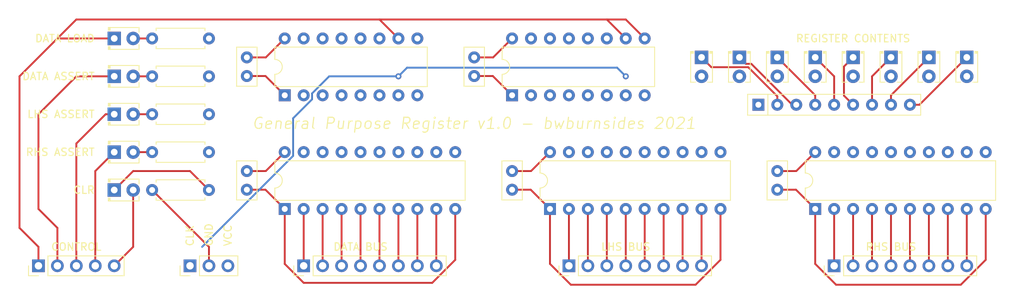
<source format=kicad_pcb>
(kicad_pcb (version 20171130) (host pcbnew "(5.1.10)-1")

  (general
    (thickness 1.6)
    (drawings 19)
    (tracks 126)
    (zones 0)
    (modules 34)
    (nets 54)
  )

  (page A4)
  (layers
    (0 F.Cu signal)
    (31 B.Cu signal)
    (33 F.Adhes user)
    (35 F.Paste user)
    (37 F.SilkS user)
    (38 B.Mask user)
    (39 F.Mask user)
    (40 Dwgs.User user)
    (41 Cmts.User user)
    (42 Eco1.User user)
    (43 Eco2.User user)
    (44 Edge.Cuts user)
    (45 Margin user)
    (46 B.CrtYd user)
    (47 F.CrtYd user)
    (49 F.Fab user)
  )

  (setup
    (last_trace_width 0.25)
    (trace_clearance 0.2)
    (zone_clearance 0.508)
    (zone_45_only no)
    (trace_min 0.2)
    (via_size 0.8)
    (via_drill 0.4)
    (via_min_size 0.4)
    (via_min_drill 0.3)
    (uvia_size 0.3)
    (uvia_drill 0.1)
    (uvias_allowed no)
    (uvia_min_size 0.2)
    (uvia_min_drill 0.1)
    (edge_width 0.05)
    (segment_width 0.2)
    (pcb_text_width 0.3)
    (pcb_text_size 1.5 1.5)
    (mod_edge_width 0.12)
    (mod_text_size 1 1)
    (mod_text_width 0.15)
    (pad_size 1.524 1.524)
    (pad_drill 0.762)
    (pad_to_mask_clearance 0)
    (aux_axis_origin 0 0)
    (visible_elements 7FFFFFFF)
    (pcbplotparams
      (layerselection 0x010fc_ffffffff)
      (usegerberextensions false)
      (usegerberattributes true)
      (usegerberadvancedattributes true)
      (creategerberjobfile true)
      (excludeedgelayer true)
      (linewidth 0.100000)
      (plotframeref false)
      (viasonmask false)
      (mode 1)
      (useauxorigin false)
      (hpglpennumber 1)
      (hpglpenspeed 20)
      (hpglpendiameter 15.000000)
      (psnegative false)
      (psa4output false)
      (plotreference true)
      (plotvalue true)
      (plotinvisibletext false)
      (padsonsilk false)
      (subtractmaskfromsilk false)
      (outputformat 1)
      (mirror false)
      (drillshape 1)
      (scaleselection 1)
      (outputdirectory ""))
  )

  (net 0 "")
  (net 1 /CLR)
  (net 2 /~RHS_ASSERT)
  (net 3 /~LHS_ASSERT)
  (net 4 /~DBUS_ASSERT)
  (net 5 /~DBUS_LOAD)
  (net 6 "Net-(D1-Pad1)")
  (net 7 "Net-(D2-Pad2)")
  (net 8 "Net-(D3-Pad2)")
  (net 9 "Net-(D4-Pad2)")
  (net 10 "Net-(D5-Pad2)")
  (net 11 "Net-(D6-Pad1)")
  (net 12 /B0)
  (net 13 /B1)
  (net 14 "Net-(D7-Pad1)")
  (net 15 "Net-(D8-Pad1)")
  (net 16 /B2)
  (net 17 /B3)
  (net 18 "Net-(D9-Pad1)")
  (net 19 "Net-(D10-Pad1)")
  (net 20 /B4)
  (net 21 /B5)
  (net 22 "Net-(D11-Pad1)")
  (net 23 "Net-(D12-Pad1)")
  (net 24 /B6)
  (net 25 /B7)
  (net 26 "Net-(D13-Pad1)")
  (net 27 /VCC)
  (net 28 /GND)
  (net 29 /D7)
  (net 30 /D6)
  (net 31 /D5)
  (net 32 /D4)
  (net 33 /D3)
  (net 34 /D2)
  (net 35 /D1)
  (net 36 /D0)
  (net 37 /L0)
  (net 38 /L1)
  (net 39 /L2)
  (net 40 /L3)
  (net 41 /L4)
  (net 42 /L5)
  (net 43 /L6)
  (net 44 /L7)
  (net 45 /CLK)
  (net 46 /R0)
  (net 47 /R1)
  (net 48 /R2)
  (net 49 /R3)
  (net 50 /R4)
  (net 51 /R5)
  (net 52 /R6)
  (net 53 /R7)

  (net_class Default "This is the default net class."
    (clearance 0.2)
    (trace_width 0.25)
    (via_dia 0.8)
    (via_drill 0.4)
    (uvia_dia 0.3)
    (uvia_drill 0.1)
    (add_net /B0)
    (add_net /B1)
    (add_net /B2)
    (add_net /B3)
    (add_net /B4)
    (add_net /B5)
    (add_net /B6)
    (add_net /B7)
    (add_net /CLK)
    (add_net /CLR)
    (add_net /D0)
    (add_net /D1)
    (add_net /D2)
    (add_net /D3)
    (add_net /D4)
    (add_net /D5)
    (add_net /D6)
    (add_net /D7)
    (add_net /GND)
    (add_net /L0)
    (add_net /L1)
    (add_net /L2)
    (add_net /L3)
    (add_net /L4)
    (add_net /L5)
    (add_net /L6)
    (add_net /L7)
    (add_net /R0)
    (add_net /R1)
    (add_net /R2)
    (add_net /R3)
    (add_net /R4)
    (add_net /R5)
    (add_net /R6)
    (add_net /R7)
    (add_net /VCC)
    (add_net /~DBUS_ASSERT)
    (add_net /~DBUS_LOAD)
    (add_net /~LHS_ASSERT)
    (add_net /~RHS_ASSERT)
    (add_net "Net-(D1-Pad1)")
    (add_net "Net-(D10-Pad1)")
    (add_net "Net-(D11-Pad1)")
    (add_net "Net-(D12-Pad1)")
    (add_net "Net-(D13-Pad1)")
    (add_net "Net-(D2-Pad2)")
    (add_net "Net-(D3-Pad2)")
    (add_net "Net-(D4-Pad2)")
    (add_net "Net-(D5-Pad2)")
    (add_net "Net-(D6-Pad1)")
    (add_net "Net-(D7-Pad1)")
    (add_net "Net-(D8-Pad1)")
    (add_net "Net-(D9-Pad1)")
  )

  (module Package_DIP:DIP-20_W7.62mm (layer F.Cu) (tedit 5A02E8C5) (tstamp 60FCF2B0)
    (at 121.92 111.76 90)
    (descr "20-lead though-hole mounted DIP package, row spacing 7.62 mm (300 mils)")
    (tags "THT DIP DIL PDIP 2.54mm 7.62mm 300mil")
    (path /60FAEC2A)
    (fp_text reference DataDriver1 (at 3.81 -2.33 90) (layer F.SilkS) hide
      (effects (font (size 1 1) (thickness 0.15)))
    )
    (fp_text value 74LS245 (at 3.81 25.19 90) (layer F.Fab)
      (effects (font (size 1 1) (thickness 0.15)))
    )
    (fp_line (start 8.7 -1.55) (end -1.1 -1.55) (layer F.CrtYd) (width 0.05))
    (fp_line (start 8.7 24.4) (end 8.7 -1.55) (layer F.CrtYd) (width 0.05))
    (fp_line (start -1.1 24.4) (end 8.7 24.4) (layer F.CrtYd) (width 0.05))
    (fp_line (start -1.1 -1.55) (end -1.1 24.4) (layer F.CrtYd) (width 0.05))
    (fp_line (start 6.46 -1.33) (end 4.81 -1.33) (layer F.SilkS) (width 0.12))
    (fp_line (start 6.46 24.19) (end 6.46 -1.33) (layer F.SilkS) (width 0.12))
    (fp_line (start 1.16 24.19) (end 6.46 24.19) (layer F.SilkS) (width 0.12))
    (fp_line (start 1.16 -1.33) (end 1.16 24.19) (layer F.SilkS) (width 0.12))
    (fp_line (start 2.81 -1.33) (end 1.16 -1.33) (layer F.SilkS) (width 0.12))
    (fp_line (start 0.635 -0.27) (end 1.635 -1.27) (layer F.Fab) (width 0.1))
    (fp_line (start 0.635 24.13) (end 0.635 -0.27) (layer F.Fab) (width 0.1))
    (fp_line (start 6.985 24.13) (end 0.635 24.13) (layer F.Fab) (width 0.1))
    (fp_line (start 6.985 -1.27) (end 6.985 24.13) (layer F.Fab) (width 0.1))
    (fp_line (start 1.635 -1.27) (end 6.985 -1.27) (layer F.Fab) (width 0.1))
    (fp_text user %R (at 3.81 11.43 90) (layer F.Fab)
      (effects (font (size 1 1) (thickness 0.15)))
    )
    (fp_arc (start 3.81 -1.33) (end 2.81 -1.33) (angle -180) (layer F.SilkS) (width 0.12))
    (pad 20 thru_hole oval (at 7.62 0 90) (size 1.6 1.6) (drill 0.8) (layers *.Cu *.Mask)
      (net 27 /VCC))
    (pad 10 thru_hole oval (at 0 22.86 90) (size 1.6 1.6) (drill 0.8) (layers *.Cu *.Mask)
      (net 28 /GND))
    (pad 19 thru_hole oval (at 7.62 2.54 90) (size 1.6 1.6) (drill 0.8) (layers *.Cu *.Mask)
      (net 4 /~DBUS_ASSERT))
    (pad 9 thru_hole oval (at 0 20.32 90) (size 1.6 1.6) (drill 0.8) (layers *.Cu *.Mask)
      (net 29 /D7))
    (pad 18 thru_hole oval (at 7.62 5.08 90) (size 1.6 1.6) (drill 0.8) (layers *.Cu *.Mask)
      (net 12 /B0))
    (pad 8 thru_hole oval (at 0 17.78 90) (size 1.6 1.6) (drill 0.8) (layers *.Cu *.Mask)
      (net 30 /D6))
    (pad 17 thru_hole oval (at 7.62 7.62 90) (size 1.6 1.6) (drill 0.8) (layers *.Cu *.Mask)
      (net 13 /B1))
    (pad 7 thru_hole oval (at 0 15.24 90) (size 1.6 1.6) (drill 0.8) (layers *.Cu *.Mask)
      (net 31 /D5))
    (pad 16 thru_hole oval (at 7.62 10.16 90) (size 1.6 1.6) (drill 0.8) (layers *.Cu *.Mask)
      (net 16 /B2))
    (pad 6 thru_hole oval (at 0 12.7 90) (size 1.6 1.6) (drill 0.8) (layers *.Cu *.Mask)
      (net 32 /D4))
    (pad 15 thru_hole oval (at 7.62 12.7 90) (size 1.6 1.6) (drill 0.8) (layers *.Cu *.Mask)
      (net 17 /B3))
    (pad 5 thru_hole oval (at 0 10.16 90) (size 1.6 1.6) (drill 0.8) (layers *.Cu *.Mask)
      (net 33 /D3))
    (pad 14 thru_hole oval (at 7.62 15.24 90) (size 1.6 1.6) (drill 0.8) (layers *.Cu *.Mask)
      (net 20 /B4))
    (pad 4 thru_hole oval (at 0 7.62 90) (size 1.6 1.6) (drill 0.8) (layers *.Cu *.Mask)
      (net 34 /D2))
    (pad 13 thru_hole oval (at 7.62 17.78 90) (size 1.6 1.6) (drill 0.8) (layers *.Cu *.Mask)
      (net 21 /B5))
    (pad 3 thru_hole oval (at 0 5.08 90) (size 1.6 1.6) (drill 0.8) (layers *.Cu *.Mask)
      (net 35 /D1))
    (pad 12 thru_hole oval (at 7.62 20.32 90) (size 1.6 1.6) (drill 0.8) (layers *.Cu *.Mask)
      (net 24 /B6))
    (pad 2 thru_hole oval (at 0 2.54 90) (size 1.6 1.6) (drill 0.8) (layers *.Cu *.Mask)
      (net 36 /D0))
    (pad 11 thru_hole oval (at 7.62 22.86 90) (size 1.6 1.6) (drill 0.8) (layers *.Cu *.Mask)
      (net 25 /B7))
    (pad 1 thru_hole rect (at 0 0 90) (size 1.6 1.6) (drill 0.8) (layers *.Cu *.Mask)
      (net 28 /GND))
    (model ${KISYS3DMOD}/Package_DIP.3dshapes/DIP-20_W7.62mm.wrl
      (at (xyz 0 0 0))
      (scale (xyz 1 1 1))
      (rotate (xyz 0 0 0))
    )
  )

  (module Capacitor_THT:C_Disc_D5.0mm_W2.5mm_P2.50mm (layer F.Cu) (tedit 5AE50EF0) (tstamp 60FE2ECD)
    (at 187.96 106.68 270)
    (descr "C, Disc series, Radial, pin pitch=2.50mm, , diameter*width=5*2.5mm^2, Capacitor, http://cdn-reichelt.de/documents/datenblatt/B300/DS_KERKO_TC.pdf")
    (tags "C Disc series Radial pin pitch 2.50mm  diameter 5mm width 2.5mm Capacitor")
    (path /611A9952)
    (fp_text reference C5 (at 1.25 -2.5 90) (layer F.SilkS) hide
      (effects (font (size 1 1) (thickness 0.15)))
    )
    (fp_text value C_Small (at 1.25 2.5 90) (layer F.Fab)
      (effects (font (size 1 1) (thickness 0.15)))
    )
    (fp_text user %R (at 1.25 0) (layer F.Fab)
      (effects (font (size 1 1) (thickness 0.15)))
    )
    (fp_line (start -1.25 -1.25) (end -1.25 1.25) (layer F.Fab) (width 0.1))
    (fp_line (start -1.25 1.25) (end 3.75 1.25) (layer F.Fab) (width 0.1))
    (fp_line (start 3.75 1.25) (end 3.75 -1.25) (layer F.Fab) (width 0.1))
    (fp_line (start 3.75 -1.25) (end -1.25 -1.25) (layer F.Fab) (width 0.1))
    (fp_line (start -1.37 -1.37) (end 3.87 -1.37) (layer F.SilkS) (width 0.12))
    (fp_line (start -1.37 1.37) (end 3.87 1.37) (layer F.SilkS) (width 0.12))
    (fp_line (start -1.37 -1.37) (end -1.37 1.37) (layer F.SilkS) (width 0.12))
    (fp_line (start 3.87 -1.37) (end 3.87 1.37) (layer F.SilkS) (width 0.12))
    (fp_line (start -1.5 -1.5) (end -1.5 1.5) (layer F.CrtYd) (width 0.05))
    (fp_line (start -1.5 1.5) (end 4 1.5) (layer F.CrtYd) (width 0.05))
    (fp_line (start 4 1.5) (end 4 -1.5) (layer F.CrtYd) (width 0.05))
    (fp_line (start 4 -1.5) (end -1.5 -1.5) (layer F.CrtYd) (width 0.05))
    (pad 2 thru_hole circle (at 2.5 0 270) (size 1.6 1.6) (drill 0.8) (layers *.Cu *.Mask)
      (net 28 /GND))
    (pad 1 thru_hole circle (at 0 0 270) (size 1.6 1.6) (drill 0.8) (layers *.Cu *.Mask)
      (net 27 /VCC))
    (model ${KISYS3DMOD}/Capacitor_THT.3dshapes/C_Disc_D5.0mm_W2.5mm_P2.50mm.wrl
      (at (xyz 0 0 0))
      (scale (xyz 1 1 1))
      (rotate (xyz 0 0 0))
    )
  )

  (module Capacitor_THT:C_Disc_D5.0mm_W2.5mm_P2.50mm (layer F.Cu) (tedit 5AE50EF0) (tstamp 60FE2EBA)
    (at 152.4 106.68 270)
    (descr "C, Disc series, Radial, pin pitch=2.50mm, , diameter*width=5*2.5mm^2, Capacitor, http://cdn-reichelt.de/documents/datenblatt/B300/DS_KERKO_TC.pdf")
    (tags "C Disc series Radial pin pitch 2.50mm  diameter 5mm width 2.5mm Capacitor")
    (path /611A2B0D)
    (fp_text reference C4 (at 1.25 -2.5 90) (layer F.SilkS) hide
      (effects (font (size 1 1) (thickness 0.15)))
    )
    (fp_text value C_Small (at 1.25 2.5 90) (layer F.Fab)
      (effects (font (size 1 1) (thickness 0.15)))
    )
    (fp_text user %R (at 1.25 0 90) (layer F.Fab)
      (effects (font (size 1 1) (thickness 0.15)))
    )
    (fp_line (start -1.25 -1.25) (end -1.25 1.25) (layer F.Fab) (width 0.1))
    (fp_line (start -1.25 1.25) (end 3.75 1.25) (layer F.Fab) (width 0.1))
    (fp_line (start 3.75 1.25) (end 3.75 -1.25) (layer F.Fab) (width 0.1))
    (fp_line (start 3.75 -1.25) (end -1.25 -1.25) (layer F.Fab) (width 0.1))
    (fp_line (start -1.37 -1.37) (end 3.87 -1.37) (layer F.SilkS) (width 0.12))
    (fp_line (start -1.37 1.37) (end 3.87 1.37) (layer F.SilkS) (width 0.12))
    (fp_line (start -1.37 -1.37) (end -1.37 1.37) (layer F.SilkS) (width 0.12))
    (fp_line (start 3.87 -1.37) (end 3.87 1.37) (layer F.SilkS) (width 0.12))
    (fp_line (start -1.5 -1.5) (end -1.5 1.5) (layer F.CrtYd) (width 0.05))
    (fp_line (start -1.5 1.5) (end 4 1.5) (layer F.CrtYd) (width 0.05))
    (fp_line (start 4 1.5) (end 4 -1.5) (layer F.CrtYd) (width 0.05))
    (fp_line (start 4 -1.5) (end -1.5 -1.5) (layer F.CrtYd) (width 0.05))
    (pad 2 thru_hole circle (at 2.5 0 270) (size 1.6 1.6) (drill 0.8) (layers *.Cu *.Mask)
      (net 28 /GND))
    (pad 1 thru_hole circle (at 0 0 270) (size 1.6 1.6) (drill 0.8) (layers *.Cu *.Mask)
      (net 27 /VCC))
    (model ${KISYS3DMOD}/Capacitor_THT.3dshapes/C_Disc_D5.0mm_W2.5mm_P2.50mm.wrl
      (at (xyz 0 0 0))
      (scale (xyz 1 1 1))
      (rotate (xyz 0 0 0))
    )
  )

  (module Capacitor_THT:C_Disc_D5.0mm_W2.5mm_P2.50mm (layer F.Cu) (tedit 5AE50EF0) (tstamp 60FE2EA7)
    (at 116.84 106.68 270)
    (descr "C, Disc series, Radial, pin pitch=2.50mm, , diameter*width=5*2.5mm^2, Capacitor, http://cdn-reichelt.de/documents/datenblatt/B300/DS_KERKO_TC.pdf")
    (tags "C Disc series Radial pin pitch 2.50mm  diameter 5mm width 2.5mm Capacitor")
    (path /6119C45B)
    (fp_text reference C3 (at 1.25 -2.5 90) (layer F.SilkS) hide
      (effects (font (size 1 1) (thickness 0.15)))
    )
    (fp_text value C_Small (at 1.25 2.5 90) (layer F.Fab)
      (effects (font (size 1 1) (thickness 0.15)))
    )
    (fp_text user %R (at 1.25 0 90) (layer F.Fab)
      (effects (font (size 1 1) (thickness 0.15)))
    )
    (fp_line (start -1.25 -1.25) (end -1.25 1.25) (layer F.Fab) (width 0.1))
    (fp_line (start -1.25 1.25) (end 3.75 1.25) (layer F.Fab) (width 0.1))
    (fp_line (start 3.75 1.25) (end 3.75 -1.25) (layer F.Fab) (width 0.1))
    (fp_line (start 3.75 -1.25) (end -1.25 -1.25) (layer F.Fab) (width 0.1))
    (fp_line (start -1.37 -1.37) (end 3.87 -1.37) (layer F.SilkS) (width 0.12))
    (fp_line (start -1.37 1.37) (end 3.87 1.37) (layer F.SilkS) (width 0.12))
    (fp_line (start -1.37 -1.37) (end -1.37 1.37) (layer F.SilkS) (width 0.12))
    (fp_line (start 3.87 -1.37) (end 3.87 1.37) (layer F.SilkS) (width 0.12))
    (fp_line (start -1.5 -1.5) (end -1.5 1.5) (layer F.CrtYd) (width 0.05))
    (fp_line (start -1.5 1.5) (end 4 1.5) (layer F.CrtYd) (width 0.05))
    (fp_line (start 4 1.5) (end 4 -1.5) (layer F.CrtYd) (width 0.05))
    (fp_line (start 4 -1.5) (end -1.5 -1.5) (layer F.CrtYd) (width 0.05))
    (pad 2 thru_hole circle (at 2.5 0 270) (size 1.6 1.6) (drill 0.8) (layers *.Cu *.Mask)
      (net 28 /GND))
    (pad 1 thru_hole circle (at 0 0 270) (size 1.6 1.6) (drill 0.8) (layers *.Cu *.Mask)
      (net 27 /VCC))
    (model ${KISYS3DMOD}/Capacitor_THT.3dshapes/C_Disc_D5.0mm_W2.5mm_P2.50mm.wrl
      (at (xyz 0 0 0))
      (scale (xyz 1 1 1))
      (rotate (xyz 0 0 0))
    )
  )

  (module Capacitor_THT:C_Disc_D5.0mm_W2.5mm_P2.50mm (layer F.Cu) (tedit 5AE50EF0) (tstamp 60FE2E94)
    (at 147.32 91.44 270)
    (descr "C, Disc series, Radial, pin pitch=2.50mm, , diameter*width=5*2.5mm^2, Capacitor, http://cdn-reichelt.de/documents/datenblatt/B300/DS_KERKO_TC.pdf")
    (tags "C Disc series Radial pin pitch 2.50mm  diameter 5mm width 2.5mm Capacitor")
    (path /611954D5)
    (fp_text reference C2 (at 1.25 -2.5 90) (layer F.SilkS) hide
      (effects (font (size 1 1) (thickness 0.15)))
    )
    (fp_text value C_Small (at 1.25 2.5 90) (layer F.Fab)
      (effects (font (size 1 1) (thickness 0.15)))
    )
    (fp_text user %R (at 1.25 -2.54 90) (layer F.Fab)
      (effects (font (size 1 1) (thickness 0.15)))
    )
    (fp_line (start -1.25 -1.25) (end -1.25 1.25) (layer F.Fab) (width 0.1))
    (fp_line (start -1.25 1.25) (end 3.75 1.25) (layer F.Fab) (width 0.1))
    (fp_line (start 3.75 1.25) (end 3.75 -1.25) (layer F.Fab) (width 0.1))
    (fp_line (start 3.75 -1.25) (end -1.25 -1.25) (layer F.Fab) (width 0.1))
    (fp_line (start -1.37 -1.37) (end 3.87 -1.37) (layer F.SilkS) (width 0.12))
    (fp_line (start -1.37 1.37) (end 3.87 1.37) (layer F.SilkS) (width 0.12))
    (fp_line (start -1.37 -1.37) (end -1.37 1.37) (layer F.SilkS) (width 0.12))
    (fp_line (start 3.87 -1.37) (end 3.87 1.37) (layer F.SilkS) (width 0.12))
    (fp_line (start -1.5 -1.5) (end -1.5 1.5) (layer F.CrtYd) (width 0.05))
    (fp_line (start -1.5 1.5) (end 4 1.5) (layer F.CrtYd) (width 0.05))
    (fp_line (start 4 1.5) (end 4 -1.5) (layer F.CrtYd) (width 0.05))
    (fp_line (start 4 -1.5) (end -1.5 -1.5) (layer F.CrtYd) (width 0.05))
    (pad 2 thru_hole circle (at 2.5 0 270) (size 1.6 1.6) (drill 0.8) (layers *.Cu *.Mask)
      (net 28 /GND))
    (pad 1 thru_hole circle (at 0 0 270) (size 1.6 1.6) (drill 0.8) (layers *.Cu *.Mask)
      (net 27 /VCC))
    (model ${KISYS3DMOD}/Capacitor_THT.3dshapes/C_Disc_D5.0mm_W2.5mm_P2.50mm.wrl
      (at (xyz 0 0 0))
      (scale (xyz 1 1 1))
      (rotate (xyz 0 0 0))
    )
  )

  (module Capacitor_THT:C_Disc_D5.0mm_W2.5mm_P2.50mm (layer F.Cu) (tedit 5AE50EF0) (tstamp 60FE2E81)
    (at 116.84 91.44 270)
    (descr "C, Disc series, Radial, pin pitch=2.50mm, , diameter*width=5*2.5mm^2, Capacitor, http://cdn-reichelt.de/documents/datenblatt/B300/DS_KERKO_TC.pdf")
    (tags "C Disc series Radial pin pitch 2.50mm  diameter 5mm width 2.5mm Capacitor")
    (path /6118EC2C)
    (fp_text reference C1 (at 1.25 -2.5 90) (layer F.SilkS) hide
      (effects (font (size 1 1) (thickness 0.15)))
    )
    (fp_text value C_Small (at 1.25 2.5 90) (layer F.Fab)
      (effects (font (size 1 1) (thickness 0.15)))
    )
    (fp_text user %R (at 1.25 0 90) (layer F.Fab)
      (effects (font (size 1 1) (thickness 0.15)))
    )
    (fp_line (start -1.25 -1.25) (end -1.25 1.25) (layer F.Fab) (width 0.1))
    (fp_line (start -1.25 1.25) (end 3.75 1.25) (layer F.Fab) (width 0.1))
    (fp_line (start 3.75 1.25) (end 3.75 -1.25) (layer F.Fab) (width 0.1))
    (fp_line (start 3.75 -1.25) (end -1.25 -1.25) (layer F.Fab) (width 0.1))
    (fp_line (start -1.37 -1.37) (end 3.87 -1.37) (layer F.SilkS) (width 0.12))
    (fp_line (start -1.37 1.37) (end 3.87 1.37) (layer F.SilkS) (width 0.12))
    (fp_line (start -1.37 -1.37) (end -1.37 1.37) (layer F.SilkS) (width 0.12))
    (fp_line (start 3.87 -1.37) (end 3.87 1.37) (layer F.SilkS) (width 0.12))
    (fp_line (start -1.5 -1.5) (end -1.5 1.5) (layer F.CrtYd) (width 0.05))
    (fp_line (start -1.5 1.5) (end 4 1.5) (layer F.CrtYd) (width 0.05))
    (fp_line (start 4 1.5) (end 4 -1.5) (layer F.CrtYd) (width 0.05))
    (fp_line (start 4 -1.5) (end -1.5 -1.5) (layer F.CrtYd) (width 0.05))
    (pad 2 thru_hole circle (at 2.5 0 270) (size 1.6 1.6) (drill 0.8) (layers *.Cu *.Mask)
      (net 28 /GND))
    (pad 1 thru_hole circle (at 0 0 270) (size 1.6 1.6) (drill 0.8) (layers *.Cu *.Mask)
      (net 27 /VCC))
    (model ${KISYS3DMOD}/Capacitor_THT.3dshapes/C_Disc_D5.0mm_W2.5mm_P2.50mm.wrl
      (at (xyz 0 0 0))
      (scale (xyz 1 1 1))
      (rotate (xyz 0 0 0))
    )
  )

  (module Connector_PinHeader_2.54mm:PinHeader_1x05_P2.54mm_Vertical (layer F.Cu) (tedit 59FED5CC) (tstamp 60FD3F20)
    (at 88.9 119.38 90)
    (descr "Through hole straight pin header, 1x05, 2.54mm pitch, single row")
    (tags "Through hole pin header THT 1x05 2.54mm single row")
    (path /6111A1C2)
    (fp_text reference CtrlHdr1 (at 0 -2.33 90) (layer F.SilkS) hide
      (effects (font (size 1 1) (thickness 0.15)))
    )
    (fp_text value Conn_01x05 (at 0 12.49 90) (layer F.Fab)
      (effects (font (size 1 1) (thickness 0.15)))
    )
    (fp_line (start -0.635 -1.27) (end 1.27 -1.27) (layer F.Fab) (width 0.1))
    (fp_line (start 1.27 -1.27) (end 1.27 11.43) (layer F.Fab) (width 0.1))
    (fp_line (start 1.27 11.43) (end -1.27 11.43) (layer F.Fab) (width 0.1))
    (fp_line (start -1.27 11.43) (end -1.27 -0.635) (layer F.Fab) (width 0.1))
    (fp_line (start -1.27 -0.635) (end -0.635 -1.27) (layer F.Fab) (width 0.1))
    (fp_line (start -1.33 11.49) (end 1.33 11.49) (layer F.SilkS) (width 0.12))
    (fp_line (start -1.33 1.27) (end -1.33 11.49) (layer F.SilkS) (width 0.12))
    (fp_line (start 1.33 1.27) (end 1.33 11.49) (layer F.SilkS) (width 0.12))
    (fp_line (start -1.33 1.27) (end 1.33 1.27) (layer F.SilkS) (width 0.12))
    (fp_line (start -1.33 0) (end -1.33 -1.33) (layer F.SilkS) (width 0.12))
    (fp_line (start -1.33 -1.33) (end 0 -1.33) (layer F.SilkS) (width 0.12))
    (fp_line (start -1.8 -1.8) (end -1.8 11.95) (layer F.CrtYd) (width 0.05))
    (fp_line (start -1.8 11.95) (end 1.8 11.95) (layer F.CrtYd) (width 0.05))
    (fp_line (start 1.8 11.95) (end 1.8 -1.8) (layer F.CrtYd) (width 0.05))
    (fp_line (start 1.8 -1.8) (end -1.8 -1.8) (layer F.CrtYd) (width 0.05))
    (fp_text user %R (at 0 5.08) (layer F.Fab)
      (effects (font (size 1 1) (thickness 0.15)))
    )
    (pad 1 thru_hole rect (at 0 0 90) (size 1.7 1.7) (drill 1) (layers *.Cu *.Mask)
      (net 5 /~DBUS_LOAD))
    (pad 2 thru_hole oval (at 0 2.54 90) (size 1.7 1.7) (drill 1) (layers *.Cu *.Mask)
      (net 4 /~DBUS_ASSERT))
    (pad 3 thru_hole oval (at 0 5.08 90) (size 1.7 1.7) (drill 1) (layers *.Cu *.Mask)
      (net 3 /~LHS_ASSERT))
    (pad 4 thru_hole oval (at 0 7.62 90) (size 1.7 1.7) (drill 1) (layers *.Cu *.Mask)
      (net 2 /~RHS_ASSERT))
    (pad 5 thru_hole oval (at 0 10.16 90) (size 1.7 1.7) (drill 1) (layers *.Cu *.Mask)
      (net 1 /CLR))
    (model ${KISYS3DMOD}/Connector_PinHeader_2.54mm.3dshapes/PinHeader_1x05_P2.54mm_Vertical.wrl
      (at (xyz 0 0 0))
      (scale (xyz 1 1 1))
      (rotate (xyz 0 0 0))
    )
  )

  (module LED_THT:LED_D2.0mm_W4.0mm_H2.8mm_FlatTop (layer F.Cu) (tedit 5880A862) (tstamp 60FCF15C)
    (at 99.06 109.22)
    (descr "LED, Round, FlatTop,  Rectangular size 4.0x2.8mm^2 diameter 2.0mm, 2 pins, http://www.kingbright.com/attachments/file/psearch/000/00/00/L-1034IDT(Ver.9A).pdf")
    (tags "LED Round FlatTop  Rectangular size 4.0x2.8mm^2 diameter 2.0mm 2 pins")
    (path /61035492)
    (fp_text reference D1 (at 1.27 -2.46) (layer F.SilkS) hide
      (effects (font (size 1 1) (thickness 0.15)))
    )
    (fp_text value LED (at 1.27 2.46) (layer F.Fab)
      (effects (font (size 1 1) (thickness 0.15)))
    )
    (fp_circle (center 1.27 0) (end 2.27 0) (layer F.Fab) (width 0.1))
    (fp_line (start -0.73 -1.4) (end -0.73 1.4) (layer F.Fab) (width 0.1))
    (fp_line (start -0.73 1.4) (end 3.27 1.4) (layer F.Fab) (width 0.1))
    (fp_line (start 3.27 1.4) (end 3.27 -1.4) (layer F.Fab) (width 0.1))
    (fp_line (start 3.27 -1.4) (end -0.73 -1.4) (layer F.Fab) (width 0.1))
    (fp_line (start -0.79 -1.46) (end 3.33 -1.46) (layer F.SilkS) (width 0.12))
    (fp_line (start -0.79 1.46) (end 3.33 1.46) (layer F.SilkS) (width 0.12))
    (fp_line (start -0.79 -1.46) (end -0.79 -1.08) (layer F.SilkS) (width 0.12))
    (fp_line (start -0.79 1.08) (end -0.79 1.46) (layer F.SilkS) (width 0.12))
    (fp_line (start 3.33 -1.46) (end 3.33 -0.825) (layer F.SilkS) (width 0.12))
    (fp_line (start 3.33 0.825) (end 3.33 1.46) (layer F.SilkS) (width 0.12))
    (fp_line (start -0.67 -1.46) (end -0.67 -1.08) (layer F.SilkS) (width 0.12))
    (fp_line (start -0.67 1.08) (end -0.67 1.46) (layer F.SilkS) (width 0.12))
    (fp_line (start -0.55 -1.46) (end -0.55 -1.08) (layer F.SilkS) (width 0.12))
    (fp_line (start -0.55 1.08) (end -0.55 1.46) (layer F.SilkS) (width 0.12))
    (fp_line (start -1.15 -1.75) (end -1.15 1.75) (layer F.CrtYd) (width 0.05))
    (fp_line (start -1.15 1.75) (end 3.7 1.75) (layer F.CrtYd) (width 0.05))
    (fp_line (start 3.7 1.75) (end 3.7 -1.75) (layer F.CrtYd) (width 0.05))
    (fp_line (start 3.7 -1.75) (end -1.15 -1.75) (layer F.CrtYd) (width 0.05))
    (pad 1 thru_hole rect (at 0 0) (size 1.8 1.8) (drill 0.9) (layers *.Cu *.Mask)
      (net 6 "Net-(D1-Pad1)"))
    (pad 2 thru_hole circle (at 2.54 0) (size 1.8 1.8) (drill 0.9) (layers *.Cu *.Mask)
      (net 1 /CLR))
    (model ${KISYS3DMOD}/LED_THT.3dshapes/LED_D2.0mm_W4.0mm_H2.8mm_FlatTop.wrl
      (at (xyz 0 0 0))
      (scale (xyz 1 1 1))
      (rotate (xyz 0 0 0))
    )
  )

  (module LED_THT:LED_D2.0mm_W4.0mm_H2.8mm_FlatTop (layer F.Cu) (tedit 5880A862) (tstamp 60FCF175)
    (at 99.06 88.9)
    (descr "LED, Round, FlatTop,  Rectangular size 4.0x2.8mm^2 diameter 2.0mm, 2 pins, http://www.kingbright.com/attachments/file/psearch/000/00/00/L-1034IDT(Ver.9A).pdf")
    (tags "LED Round FlatTop  Rectangular size 4.0x2.8mm^2 diameter 2.0mm 2 pins")
    (path /610178AC)
    (fp_text reference D2 (at 1.27 -2.46) (layer F.SilkS) hide
      (effects (font (size 1 1) (thickness 0.15)))
    )
    (fp_text value LED (at 1.27 2.46) (layer F.Fab)
      (effects (font (size 1 1) (thickness 0.15)))
    )
    (fp_circle (center 1.27 0) (end 2.27 0) (layer F.Fab) (width 0.1))
    (fp_line (start -0.73 -1.4) (end -0.73 1.4) (layer F.Fab) (width 0.1))
    (fp_line (start -0.73 1.4) (end 3.27 1.4) (layer F.Fab) (width 0.1))
    (fp_line (start 3.27 1.4) (end 3.27 -1.4) (layer F.Fab) (width 0.1))
    (fp_line (start 3.27 -1.4) (end -0.73 -1.4) (layer F.Fab) (width 0.1))
    (fp_line (start -0.79 -1.46) (end 3.33 -1.46) (layer F.SilkS) (width 0.12))
    (fp_line (start -0.79 1.46) (end 3.33 1.46) (layer F.SilkS) (width 0.12))
    (fp_line (start -0.79 -1.46) (end -0.79 -1.08) (layer F.SilkS) (width 0.12))
    (fp_line (start -0.79 1.08) (end -0.79 1.46) (layer F.SilkS) (width 0.12))
    (fp_line (start 3.33 -1.46) (end 3.33 -0.825) (layer F.SilkS) (width 0.12))
    (fp_line (start 3.33 0.825) (end 3.33 1.46) (layer F.SilkS) (width 0.12))
    (fp_line (start -0.67 -1.46) (end -0.67 -1.08) (layer F.SilkS) (width 0.12))
    (fp_line (start -0.67 1.08) (end -0.67 1.46) (layer F.SilkS) (width 0.12))
    (fp_line (start -0.55 -1.46) (end -0.55 -1.08) (layer F.SilkS) (width 0.12))
    (fp_line (start -0.55 1.08) (end -0.55 1.46) (layer F.SilkS) (width 0.12))
    (fp_line (start -1.15 -1.75) (end -1.15 1.75) (layer F.CrtYd) (width 0.05))
    (fp_line (start -1.15 1.75) (end 3.7 1.75) (layer F.CrtYd) (width 0.05))
    (fp_line (start 3.7 1.75) (end 3.7 -1.75) (layer F.CrtYd) (width 0.05))
    (fp_line (start 3.7 -1.75) (end -1.15 -1.75) (layer F.CrtYd) (width 0.05))
    (pad 1 thru_hole rect (at 0 0) (size 1.8 1.8) (drill 0.9) (layers *.Cu *.Mask)
      (net 5 /~DBUS_LOAD))
    (pad 2 thru_hole circle (at 2.54 0) (size 1.8 1.8) (drill 0.9) (layers *.Cu *.Mask)
      (net 7 "Net-(D2-Pad2)"))
    (model ${KISYS3DMOD}/LED_THT.3dshapes/LED_D2.0mm_W4.0mm_H2.8mm_FlatTop.wrl
      (at (xyz 0 0 0))
      (scale (xyz 1 1 1))
      (rotate (xyz 0 0 0))
    )
  )

  (module LED_THT:LED_D2.0mm_W4.0mm_H2.8mm_FlatTop (layer F.Cu) (tedit 5880A862) (tstamp 60FCF18E)
    (at 99.06 93.98)
    (descr "LED, Round, FlatTop,  Rectangular size 4.0x2.8mm^2 diameter 2.0mm, 2 pins, http://www.kingbright.com/attachments/file/psearch/000/00/00/L-1034IDT(Ver.9A).pdf")
    (tags "LED Round FlatTop  Rectangular size 4.0x2.8mm^2 diameter 2.0mm 2 pins")
    (path /610291C1)
    (fp_text reference D3 (at 1.27 -2.46) (layer F.SilkS) hide
      (effects (font (size 1 1) (thickness 0.15)))
    )
    (fp_text value LED (at 1.27 2.46) (layer F.Fab)
      (effects (font (size 1 1) (thickness 0.15)))
    )
    (fp_line (start 3.7 -1.75) (end -1.15 -1.75) (layer F.CrtYd) (width 0.05))
    (fp_line (start 3.7 1.75) (end 3.7 -1.75) (layer F.CrtYd) (width 0.05))
    (fp_line (start -1.15 1.75) (end 3.7 1.75) (layer F.CrtYd) (width 0.05))
    (fp_line (start -1.15 -1.75) (end -1.15 1.75) (layer F.CrtYd) (width 0.05))
    (fp_line (start -0.55 1.08) (end -0.55 1.46) (layer F.SilkS) (width 0.12))
    (fp_line (start -0.55 -1.46) (end -0.55 -1.08) (layer F.SilkS) (width 0.12))
    (fp_line (start -0.67 1.08) (end -0.67 1.46) (layer F.SilkS) (width 0.12))
    (fp_line (start -0.67 -1.46) (end -0.67 -1.08) (layer F.SilkS) (width 0.12))
    (fp_line (start 3.33 0.825) (end 3.33 1.46) (layer F.SilkS) (width 0.12))
    (fp_line (start 3.33 -1.46) (end 3.33 -0.825) (layer F.SilkS) (width 0.12))
    (fp_line (start -0.79 1.08) (end -0.79 1.46) (layer F.SilkS) (width 0.12))
    (fp_line (start -0.79 -1.46) (end -0.79 -1.08) (layer F.SilkS) (width 0.12))
    (fp_line (start -0.79 1.46) (end 3.33 1.46) (layer F.SilkS) (width 0.12))
    (fp_line (start -0.79 -1.46) (end 3.33 -1.46) (layer F.SilkS) (width 0.12))
    (fp_line (start 3.27 -1.4) (end -0.73 -1.4) (layer F.Fab) (width 0.1))
    (fp_line (start 3.27 1.4) (end 3.27 -1.4) (layer F.Fab) (width 0.1))
    (fp_line (start -0.73 1.4) (end 3.27 1.4) (layer F.Fab) (width 0.1))
    (fp_line (start -0.73 -1.4) (end -0.73 1.4) (layer F.Fab) (width 0.1))
    (fp_circle (center 1.27 0) (end 2.27 0) (layer F.Fab) (width 0.1))
    (pad 2 thru_hole circle (at 2.54 0) (size 1.8 1.8) (drill 0.9) (layers *.Cu *.Mask)
      (net 8 "Net-(D3-Pad2)"))
    (pad 1 thru_hole rect (at 0 0) (size 1.8 1.8) (drill 0.9) (layers *.Cu *.Mask)
      (net 4 /~DBUS_ASSERT))
    (model ${KISYS3DMOD}/LED_THT.3dshapes/LED_D2.0mm_W4.0mm_H2.8mm_FlatTop.wrl
      (at (xyz 0 0 0))
      (scale (xyz 1 1 1))
      (rotate (xyz 0 0 0))
    )
  )

  (module LED_THT:LED_D2.0mm_W4.0mm_H2.8mm_FlatTop (layer F.Cu) (tedit 5880A862) (tstamp 60FCF1A7)
    (at 99.06 99.06)
    (descr "LED, Round, FlatTop,  Rectangular size 4.0x2.8mm^2 diameter 2.0mm, 2 pins, http://www.kingbright.com/attachments/file/psearch/000/00/00/L-1034IDT(Ver.9A).pdf")
    (tags "LED Round FlatTop  Rectangular size 4.0x2.8mm^2 diameter 2.0mm 2 pins")
    (path /6102D3B8)
    (fp_text reference D4 (at 1.27 -2.46) (layer F.SilkS) hide
      (effects (font (size 1 1) (thickness 0.15)))
    )
    (fp_text value LED (at 1.27 2.46) (layer F.Fab)
      (effects (font (size 1 1) (thickness 0.15)))
    )
    (fp_circle (center 1.27 0) (end 2.27 0) (layer F.Fab) (width 0.1))
    (fp_line (start -0.73 -1.4) (end -0.73 1.4) (layer F.Fab) (width 0.1))
    (fp_line (start -0.73 1.4) (end 3.27 1.4) (layer F.Fab) (width 0.1))
    (fp_line (start 3.27 1.4) (end 3.27 -1.4) (layer F.Fab) (width 0.1))
    (fp_line (start 3.27 -1.4) (end -0.73 -1.4) (layer F.Fab) (width 0.1))
    (fp_line (start -0.79 -1.46) (end 3.33 -1.46) (layer F.SilkS) (width 0.12))
    (fp_line (start -0.79 1.46) (end 3.33 1.46) (layer F.SilkS) (width 0.12))
    (fp_line (start -0.79 -1.46) (end -0.79 -1.08) (layer F.SilkS) (width 0.12))
    (fp_line (start -0.79 1.08) (end -0.79 1.46) (layer F.SilkS) (width 0.12))
    (fp_line (start 3.33 -1.46) (end 3.33 -0.825) (layer F.SilkS) (width 0.12))
    (fp_line (start 3.33 0.825) (end 3.33 1.46) (layer F.SilkS) (width 0.12))
    (fp_line (start -0.67 -1.46) (end -0.67 -1.08) (layer F.SilkS) (width 0.12))
    (fp_line (start -0.67 1.08) (end -0.67 1.46) (layer F.SilkS) (width 0.12))
    (fp_line (start -0.55 -1.46) (end -0.55 -1.08) (layer F.SilkS) (width 0.12))
    (fp_line (start -0.55 1.08) (end -0.55 1.46) (layer F.SilkS) (width 0.12))
    (fp_line (start -1.15 -1.75) (end -1.15 1.75) (layer F.CrtYd) (width 0.05))
    (fp_line (start -1.15 1.75) (end 3.7 1.75) (layer F.CrtYd) (width 0.05))
    (fp_line (start 3.7 1.75) (end 3.7 -1.75) (layer F.CrtYd) (width 0.05))
    (fp_line (start 3.7 -1.75) (end -1.15 -1.75) (layer F.CrtYd) (width 0.05))
    (pad 1 thru_hole rect (at 0 0) (size 1.8 1.8) (drill 0.9) (layers *.Cu *.Mask)
      (net 3 /~LHS_ASSERT))
    (pad 2 thru_hole circle (at 2.54 0) (size 1.8 1.8) (drill 0.9) (layers *.Cu *.Mask)
      (net 9 "Net-(D4-Pad2)"))
    (model ${KISYS3DMOD}/LED_THT.3dshapes/LED_D2.0mm_W4.0mm_H2.8mm_FlatTop.wrl
      (at (xyz 0 0 0))
      (scale (xyz 1 1 1))
      (rotate (xyz 0 0 0))
    )
  )

  (module LED_THT:LED_D2.0mm_W4.0mm_H2.8mm_FlatTop (layer F.Cu) (tedit 5880A862) (tstamp 60FCF1C0)
    (at 99.06 104.14)
    (descr "LED, Round, FlatTop,  Rectangular size 4.0x2.8mm^2 diameter 2.0mm, 2 pins, http://www.kingbright.com/attachments/file/psearch/000/00/00/L-1034IDT(Ver.9A).pdf")
    (tags "LED Round FlatTop  Rectangular size 4.0x2.8mm^2 diameter 2.0mm 2 pins")
    (path /61031128)
    (fp_text reference D5 (at 1.27 -2.46) (layer F.SilkS) hide
      (effects (font (size 1 1) (thickness 0.15)))
    )
    (fp_text value LED (at 1.27 2.46) (layer F.Fab)
      (effects (font (size 1 1) (thickness 0.15)))
    )
    (fp_line (start 3.7 -1.75) (end -1.15 -1.75) (layer F.CrtYd) (width 0.05))
    (fp_line (start 3.7 1.75) (end 3.7 -1.75) (layer F.CrtYd) (width 0.05))
    (fp_line (start -1.15 1.75) (end 3.7 1.75) (layer F.CrtYd) (width 0.05))
    (fp_line (start -1.15 -1.75) (end -1.15 1.75) (layer F.CrtYd) (width 0.05))
    (fp_line (start -0.55 1.08) (end -0.55 1.46) (layer F.SilkS) (width 0.12))
    (fp_line (start -0.55 -1.46) (end -0.55 -1.08) (layer F.SilkS) (width 0.12))
    (fp_line (start -0.67 1.08) (end -0.67 1.46) (layer F.SilkS) (width 0.12))
    (fp_line (start -0.67 -1.46) (end -0.67 -1.08) (layer F.SilkS) (width 0.12))
    (fp_line (start 3.33 0.825) (end 3.33 1.46) (layer F.SilkS) (width 0.12))
    (fp_line (start 3.33 -1.46) (end 3.33 -0.825) (layer F.SilkS) (width 0.12))
    (fp_line (start -0.79 1.08) (end -0.79 1.46) (layer F.SilkS) (width 0.12))
    (fp_line (start -0.79 -1.46) (end -0.79 -1.08) (layer F.SilkS) (width 0.12))
    (fp_line (start -0.79 1.46) (end 3.33 1.46) (layer F.SilkS) (width 0.12))
    (fp_line (start -0.79 -1.46) (end 3.33 -1.46) (layer F.SilkS) (width 0.12))
    (fp_line (start 3.27 -1.4) (end -0.73 -1.4) (layer F.Fab) (width 0.1))
    (fp_line (start 3.27 1.4) (end 3.27 -1.4) (layer F.Fab) (width 0.1))
    (fp_line (start -0.73 1.4) (end 3.27 1.4) (layer F.Fab) (width 0.1))
    (fp_line (start -0.73 -1.4) (end -0.73 1.4) (layer F.Fab) (width 0.1))
    (fp_circle (center 1.27 0) (end 2.27 0) (layer F.Fab) (width 0.1))
    (pad 2 thru_hole circle (at 2.54 0) (size 1.8 1.8) (drill 0.9) (layers *.Cu *.Mask)
      (net 10 "Net-(D5-Pad2)"))
    (pad 1 thru_hole rect (at 0 0) (size 1.8 1.8) (drill 0.9) (layers *.Cu *.Mask)
      (net 2 /~RHS_ASSERT))
    (model ${KISYS3DMOD}/LED_THT.3dshapes/LED_D2.0mm_W4.0mm_H2.8mm_FlatTop.wrl
      (at (xyz 0 0 0))
      (scale (xyz 1 1 1))
      (rotate (xyz 0 0 0))
    )
  )

  (module LED_THT:LED_D2.0mm_W4.0mm_H2.8mm_FlatTop (layer F.Cu) (tedit 5880A862) (tstamp 60FCF1D9)
    (at 177.8 91.44 270)
    (descr "LED, Round, FlatTop,  Rectangular size 4.0x2.8mm^2 diameter 2.0mm, 2 pins, http://www.kingbright.com/attachments/file/psearch/000/00/00/L-1034IDT(Ver.9A).pdf")
    (tags "LED Round FlatTop  Rectangular size 4.0x2.8mm^2 diameter 2.0mm 2 pins")
    (path /6108BF99)
    (fp_text reference D6 (at 1.27 -2.46 90) (layer F.SilkS) hide
      (effects (font (size 1 1) (thickness 0.15)))
    )
    (fp_text value LED (at 1.27 2.46 90) (layer F.Fab)
      (effects (font (size 1 1) (thickness 0.15)))
    )
    (fp_circle (center 1.27 0) (end 2.27 0) (layer F.Fab) (width 0.1))
    (fp_line (start -0.73 -1.4) (end -0.73 1.4) (layer F.Fab) (width 0.1))
    (fp_line (start -0.73 1.4) (end 3.27 1.4) (layer F.Fab) (width 0.1))
    (fp_line (start 3.27 1.4) (end 3.27 -1.4) (layer F.Fab) (width 0.1))
    (fp_line (start 3.27 -1.4) (end -0.73 -1.4) (layer F.Fab) (width 0.1))
    (fp_line (start -0.79 -1.46) (end 3.33 -1.46) (layer F.SilkS) (width 0.12))
    (fp_line (start -0.79 1.46) (end 3.33 1.46) (layer F.SilkS) (width 0.12))
    (fp_line (start -0.79 -1.46) (end -0.79 -1.08) (layer F.SilkS) (width 0.12))
    (fp_line (start -0.79 1.08) (end -0.79 1.46) (layer F.SilkS) (width 0.12))
    (fp_line (start 3.33 -1.46) (end 3.33 -0.825) (layer F.SilkS) (width 0.12))
    (fp_line (start 3.33 0.825) (end 3.33 1.46) (layer F.SilkS) (width 0.12))
    (fp_line (start -0.67 -1.46) (end -0.67 -1.08) (layer F.SilkS) (width 0.12))
    (fp_line (start -0.67 1.08) (end -0.67 1.46) (layer F.SilkS) (width 0.12))
    (fp_line (start -0.55 -1.46) (end -0.55 -1.08) (layer F.SilkS) (width 0.12))
    (fp_line (start -0.55 1.08) (end -0.55 1.46) (layer F.SilkS) (width 0.12))
    (fp_line (start -1.15 -1.75) (end -1.15 1.75) (layer F.CrtYd) (width 0.05))
    (fp_line (start -1.15 1.75) (end 3.7 1.75) (layer F.CrtYd) (width 0.05))
    (fp_line (start 3.7 1.75) (end 3.7 -1.75) (layer F.CrtYd) (width 0.05))
    (fp_line (start 3.7 -1.75) (end -1.15 -1.75) (layer F.CrtYd) (width 0.05))
    (pad 1 thru_hole rect (at 0 0 270) (size 1.8 1.8) (drill 0.9) (layers *.Cu *.Mask)
      (net 11 "Net-(D6-Pad1)"))
    (pad 2 thru_hole circle (at 2.54 0 270) (size 1.8 1.8) (drill 0.9) (layers *.Cu *.Mask)
      (net 12 /B0))
    (model ${KISYS3DMOD}/LED_THT.3dshapes/LED_D2.0mm_W4.0mm_H2.8mm_FlatTop.wrl
      (at (xyz 0 0 0))
      (scale (xyz 1 1 1))
      (rotate (xyz 0 0 0))
    )
  )

  (module LED_THT:LED_D2.0mm_W4.0mm_H2.8mm_FlatTop (layer F.Cu) (tedit 5880A862) (tstamp 60FCF1F2)
    (at 182.88 91.44 270)
    (descr "LED, Round, FlatTop,  Rectangular size 4.0x2.8mm^2 diameter 2.0mm, 2 pins, http://www.kingbright.com/attachments/file/psearch/000/00/00/L-1034IDT(Ver.9A).pdf")
    (tags "LED Round FlatTop  Rectangular size 4.0x2.8mm^2 diameter 2.0mm 2 pins")
    (path /6108953D)
    (fp_text reference D7 (at 1.27 -2.46 90) (layer F.SilkS) hide
      (effects (font (size 1 1) (thickness 0.15)))
    )
    (fp_text value LED (at 1.27 2.46 90) (layer F.Fab)
      (effects (font (size 1 1) (thickness 0.15)))
    )
    (fp_line (start 3.7 -1.75) (end -1.15 -1.75) (layer F.CrtYd) (width 0.05))
    (fp_line (start 3.7 1.75) (end 3.7 -1.75) (layer F.CrtYd) (width 0.05))
    (fp_line (start -1.15 1.75) (end 3.7 1.75) (layer F.CrtYd) (width 0.05))
    (fp_line (start -1.15 -1.75) (end -1.15 1.75) (layer F.CrtYd) (width 0.05))
    (fp_line (start -0.55 1.08) (end -0.55 1.46) (layer F.SilkS) (width 0.12))
    (fp_line (start -0.55 -1.46) (end -0.55 -1.08) (layer F.SilkS) (width 0.12))
    (fp_line (start -0.67 1.08) (end -0.67 1.46) (layer F.SilkS) (width 0.12))
    (fp_line (start -0.67 -1.46) (end -0.67 -1.08) (layer F.SilkS) (width 0.12))
    (fp_line (start 3.33 0.825) (end 3.33 1.46) (layer F.SilkS) (width 0.12))
    (fp_line (start 3.33 -1.46) (end 3.33 -0.825) (layer F.SilkS) (width 0.12))
    (fp_line (start -0.79 1.08) (end -0.79 1.46) (layer F.SilkS) (width 0.12))
    (fp_line (start -0.79 -1.46) (end -0.79 -1.08) (layer F.SilkS) (width 0.12))
    (fp_line (start -0.79 1.46) (end 3.33 1.46) (layer F.SilkS) (width 0.12))
    (fp_line (start -0.79 -1.46) (end 3.33 -1.46) (layer F.SilkS) (width 0.12))
    (fp_line (start 3.27 -1.4) (end -0.73 -1.4) (layer F.Fab) (width 0.1))
    (fp_line (start 3.27 1.4) (end 3.27 -1.4) (layer F.Fab) (width 0.1))
    (fp_line (start -0.73 1.4) (end 3.27 1.4) (layer F.Fab) (width 0.1))
    (fp_line (start -0.73 -1.4) (end -0.73 1.4) (layer F.Fab) (width 0.1))
    (fp_circle (center 1.27 0) (end 2.27 0) (layer F.Fab) (width 0.1))
    (pad 2 thru_hole circle (at 2.54 0 270) (size 1.8 1.8) (drill 0.9) (layers *.Cu *.Mask)
      (net 13 /B1))
    (pad 1 thru_hole rect (at 0 0 270) (size 1.8 1.8) (drill 0.9) (layers *.Cu *.Mask)
      (net 14 "Net-(D7-Pad1)"))
    (model ${KISYS3DMOD}/LED_THT.3dshapes/LED_D2.0mm_W4.0mm_H2.8mm_FlatTop.wrl
      (at (xyz 0 0 0))
      (scale (xyz 1 1 1))
      (rotate (xyz 0 0 0))
    )
  )

  (module LED_THT:LED_D2.0mm_W4.0mm_H2.8mm_FlatTop (layer F.Cu) (tedit 5880A862) (tstamp 60FCF20B)
    (at 187.96 91.44 270)
    (descr "LED, Round, FlatTop,  Rectangular size 4.0x2.8mm^2 diameter 2.0mm, 2 pins, http://www.kingbright.com/attachments/file/psearch/000/00/00/L-1034IDT(Ver.9A).pdf")
    (tags "LED Round FlatTop  Rectangular size 4.0x2.8mm^2 diameter 2.0mm 2 pins")
    (path /61086D13)
    (fp_text reference D8 (at 1.27 -2.46 90) (layer F.SilkS) hide
      (effects (font (size 1 1) (thickness 0.15)))
    )
    (fp_text value LED (at 1.27 2.46 90) (layer F.Fab)
      (effects (font (size 1 1) (thickness 0.15)))
    )
    (fp_circle (center 1.27 0) (end 2.27 0) (layer F.Fab) (width 0.1))
    (fp_line (start -0.73 -1.4) (end -0.73 1.4) (layer F.Fab) (width 0.1))
    (fp_line (start -0.73 1.4) (end 3.27 1.4) (layer F.Fab) (width 0.1))
    (fp_line (start 3.27 1.4) (end 3.27 -1.4) (layer F.Fab) (width 0.1))
    (fp_line (start 3.27 -1.4) (end -0.73 -1.4) (layer F.Fab) (width 0.1))
    (fp_line (start -0.79 -1.46) (end 3.33 -1.46) (layer F.SilkS) (width 0.12))
    (fp_line (start -0.79 1.46) (end 3.33 1.46) (layer F.SilkS) (width 0.12))
    (fp_line (start -0.79 -1.46) (end -0.79 -1.08) (layer F.SilkS) (width 0.12))
    (fp_line (start -0.79 1.08) (end -0.79 1.46) (layer F.SilkS) (width 0.12))
    (fp_line (start 3.33 -1.46) (end 3.33 -0.825) (layer F.SilkS) (width 0.12))
    (fp_line (start 3.33 0.825) (end 3.33 1.46) (layer F.SilkS) (width 0.12))
    (fp_line (start -0.67 -1.46) (end -0.67 -1.08) (layer F.SilkS) (width 0.12))
    (fp_line (start -0.67 1.08) (end -0.67 1.46) (layer F.SilkS) (width 0.12))
    (fp_line (start -0.55 -1.46) (end -0.55 -1.08) (layer F.SilkS) (width 0.12))
    (fp_line (start -0.55 1.08) (end -0.55 1.46) (layer F.SilkS) (width 0.12))
    (fp_line (start -1.15 -1.75) (end -1.15 1.75) (layer F.CrtYd) (width 0.05))
    (fp_line (start -1.15 1.75) (end 3.7 1.75) (layer F.CrtYd) (width 0.05))
    (fp_line (start 3.7 1.75) (end 3.7 -1.75) (layer F.CrtYd) (width 0.05))
    (fp_line (start 3.7 -1.75) (end -1.15 -1.75) (layer F.CrtYd) (width 0.05))
    (pad 1 thru_hole rect (at 0 0 270) (size 1.8 1.8) (drill 0.9) (layers *.Cu *.Mask)
      (net 15 "Net-(D8-Pad1)"))
    (pad 2 thru_hole circle (at 2.54 0 270) (size 1.8 1.8) (drill 0.9) (layers *.Cu *.Mask)
      (net 16 /B2))
    (model ${KISYS3DMOD}/LED_THT.3dshapes/LED_D2.0mm_W4.0mm_H2.8mm_FlatTop.wrl
      (at (xyz 0 0 0))
      (scale (xyz 1 1 1))
      (rotate (xyz 0 0 0))
    )
  )

  (module LED_THT:LED_D2.0mm_W4.0mm_H2.8mm_FlatTop (layer F.Cu) (tedit 5880A862) (tstamp 60FCF224)
    (at 193.04 91.44 270)
    (descr "LED, Round, FlatTop,  Rectangular size 4.0x2.8mm^2 diameter 2.0mm, 2 pins, http://www.kingbright.com/attachments/file/psearch/000/00/00/L-1034IDT(Ver.9A).pdf")
    (tags "LED Round FlatTop  Rectangular size 4.0x2.8mm^2 diameter 2.0mm 2 pins")
    (path /61084435)
    (fp_text reference D9 (at 1.27 -2.46 90) (layer F.SilkS) hide
      (effects (font (size 1 1) (thickness 0.15)))
    )
    (fp_text value LED (at 1.27 2.46 90) (layer F.Fab)
      (effects (font (size 1 1) (thickness 0.15)))
    )
    (fp_line (start 3.7 -1.75) (end -1.15 -1.75) (layer F.CrtYd) (width 0.05))
    (fp_line (start 3.7 1.75) (end 3.7 -1.75) (layer F.CrtYd) (width 0.05))
    (fp_line (start -1.15 1.75) (end 3.7 1.75) (layer F.CrtYd) (width 0.05))
    (fp_line (start -1.15 -1.75) (end -1.15 1.75) (layer F.CrtYd) (width 0.05))
    (fp_line (start -0.55 1.08) (end -0.55 1.46) (layer F.SilkS) (width 0.12))
    (fp_line (start -0.55 -1.46) (end -0.55 -1.08) (layer F.SilkS) (width 0.12))
    (fp_line (start -0.67 1.08) (end -0.67 1.46) (layer F.SilkS) (width 0.12))
    (fp_line (start -0.67 -1.46) (end -0.67 -1.08) (layer F.SilkS) (width 0.12))
    (fp_line (start 3.33 0.825) (end 3.33 1.46) (layer F.SilkS) (width 0.12))
    (fp_line (start 3.33 -1.46) (end 3.33 -0.825) (layer F.SilkS) (width 0.12))
    (fp_line (start -0.79 1.08) (end -0.79 1.46) (layer F.SilkS) (width 0.12))
    (fp_line (start -0.79 -1.46) (end -0.79 -1.08) (layer F.SilkS) (width 0.12))
    (fp_line (start -0.79 1.46) (end 3.33 1.46) (layer F.SilkS) (width 0.12))
    (fp_line (start -0.79 -1.46) (end 3.33 -1.46) (layer F.SilkS) (width 0.12))
    (fp_line (start 3.27 -1.4) (end -0.73 -1.4) (layer F.Fab) (width 0.1))
    (fp_line (start 3.27 1.4) (end 3.27 -1.4) (layer F.Fab) (width 0.1))
    (fp_line (start -0.73 1.4) (end 3.27 1.4) (layer F.Fab) (width 0.1))
    (fp_line (start -0.73 -1.4) (end -0.73 1.4) (layer F.Fab) (width 0.1))
    (fp_circle (center 1.27 0) (end 2.27 0) (layer F.Fab) (width 0.1))
    (pad 2 thru_hole circle (at 2.54 0 270) (size 1.8 1.8) (drill 0.9) (layers *.Cu *.Mask)
      (net 17 /B3))
    (pad 1 thru_hole rect (at 0 0 270) (size 1.8 1.8) (drill 0.9) (layers *.Cu *.Mask)
      (net 18 "Net-(D9-Pad1)"))
    (model ${KISYS3DMOD}/LED_THT.3dshapes/LED_D2.0mm_W4.0mm_H2.8mm_FlatTop.wrl
      (at (xyz 0 0 0))
      (scale (xyz 1 1 1))
      (rotate (xyz 0 0 0))
    )
  )

  (module LED_THT:LED_D2.0mm_W4.0mm_H2.8mm_FlatTop (layer F.Cu) (tedit 5880A862) (tstamp 60FCF23D)
    (at 198.12 91.44 270)
    (descr "LED, Round, FlatTop,  Rectangular size 4.0x2.8mm^2 diameter 2.0mm, 2 pins, http://www.kingbright.com/attachments/file/psearch/000/00/00/L-1034IDT(Ver.9A).pdf")
    (tags "LED Round FlatTop  Rectangular size 4.0x2.8mm^2 diameter 2.0mm 2 pins")
    (path /61081BCB)
    (fp_text reference D10 (at 1.27 -2.46 90) (layer F.SilkS) hide
      (effects (font (size 1 1) (thickness 0.15)))
    )
    (fp_text value LED (at 1.27 2.46 90) (layer F.Fab)
      (effects (font (size 1 1) (thickness 0.15)))
    )
    (fp_circle (center 1.27 0) (end 2.27 0) (layer F.Fab) (width 0.1))
    (fp_line (start -0.73 -1.4) (end -0.73 1.4) (layer F.Fab) (width 0.1))
    (fp_line (start -0.73 1.4) (end 3.27 1.4) (layer F.Fab) (width 0.1))
    (fp_line (start 3.27 1.4) (end 3.27 -1.4) (layer F.Fab) (width 0.1))
    (fp_line (start 3.27 -1.4) (end -0.73 -1.4) (layer F.Fab) (width 0.1))
    (fp_line (start -0.79 -1.46) (end 3.33 -1.46) (layer F.SilkS) (width 0.12))
    (fp_line (start -0.79 1.46) (end 3.33 1.46) (layer F.SilkS) (width 0.12))
    (fp_line (start -0.79 -1.46) (end -0.79 -1.08) (layer F.SilkS) (width 0.12))
    (fp_line (start -0.79 1.08) (end -0.79 1.46) (layer F.SilkS) (width 0.12))
    (fp_line (start 3.33 -1.46) (end 3.33 -0.825) (layer F.SilkS) (width 0.12))
    (fp_line (start 3.33 0.825) (end 3.33 1.46) (layer F.SilkS) (width 0.12))
    (fp_line (start -0.67 -1.46) (end -0.67 -1.08) (layer F.SilkS) (width 0.12))
    (fp_line (start -0.67 1.08) (end -0.67 1.46) (layer F.SilkS) (width 0.12))
    (fp_line (start -0.55 -1.46) (end -0.55 -1.08) (layer F.SilkS) (width 0.12))
    (fp_line (start -0.55 1.08) (end -0.55 1.46) (layer F.SilkS) (width 0.12))
    (fp_line (start -1.15 -1.75) (end -1.15 1.75) (layer F.CrtYd) (width 0.05))
    (fp_line (start -1.15 1.75) (end 3.7 1.75) (layer F.CrtYd) (width 0.05))
    (fp_line (start 3.7 1.75) (end 3.7 -1.75) (layer F.CrtYd) (width 0.05))
    (fp_line (start 3.7 -1.75) (end -1.15 -1.75) (layer F.CrtYd) (width 0.05))
    (pad 1 thru_hole rect (at 0 0 270) (size 1.8 1.8) (drill 0.9) (layers *.Cu *.Mask)
      (net 19 "Net-(D10-Pad1)"))
    (pad 2 thru_hole circle (at 2.54 0 270) (size 1.8 1.8) (drill 0.9) (layers *.Cu *.Mask)
      (net 20 /B4))
    (model ${KISYS3DMOD}/LED_THT.3dshapes/LED_D2.0mm_W4.0mm_H2.8mm_FlatTop.wrl
      (at (xyz 0 0 0))
      (scale (xyz 1 1 1))
      (rotate (xyz 0 0 0))
    )
  )

  (module LED_THT:LED_D2.0mm_W4.0mm_H2.8mm_FlatTop (layer F.Cu) (tedit 5880A862) (tstamp 60FCF256)
    (at 203.2 91.44 270)
    (descr "LED, Round, FlatTop,  Rectangular size 4.0x2.8mm^2 diameter 2.0mm, 2 pins, http://www.kingbright.com/attachments/file/psearch/000/00/00/L-1034IDT(Ver.9A).pdf")
    (tags "LED Round FlatTop  Rectangular size 4.0x2.8mm^2 diameter 2.0mm 2 pins")
    (path /6107F138)
    (fp_text reference D11 (at 1.27 -2.46 90) (layer F.SilkS) hide
      (effects (font (size 1 1) (thickness 0.15)))
    )
    (fp_text value LED (at 1.27 2.46 90) (layer F.Fab)
      (effects (font (size 1 1) (thickness 0.15)))
    )
    (fp_line (start 3.7 -1.75) (end -1.15 -1.75) (layer F.CrtYd) (width 0.05))
    (fp_line (start 3.7 1.75) (end 3.7 -1.75) (layer F.CrtYd) (width 0.05))
    (fp_line (start -1.15 1.75) (end 3.7 1.75) (layer F.CrtYd) (width 0.05))
    (fp_line (start -1.15 -1.75) (end -1.15 1.75) (layer F.CrtYd) (width 0.05))
    (fp_line (start -0.55 1.08) (end -0.55 1.46) (layer F.SilkS) (width 0.12))
    (fp_line (start -0.55 -1.46) (end -0.55 -1.08) (layer F.SilkS) (width 0.12))
    (fp_line (start -0.67 1.08) (end -0.67 1.46) (layer F.SilkS) (width 0.12))
    (fp_line (start -0.67 -1.46) (end -0.67 -1.08) (layer F.SilkS) (width 0.12))
    (fp_line (start 3.33 0.825) (end 3.33 1.46) (layer F.SilkS) (width 0.12))
    (fp_line (start 3.33 -1.46) (end 3.33 -0.825) (layer F.SilkS) (width 0.12))
    (fp_line (start -0.79 1.08) (end -0.79 1.46) (layer F.SilkS) (width 0.12))
    (fp_line (start -0.79 -1.46) (end -0.79 -1.08) (layer F.SilkS) (width 0.12))
    (fp_line (start -0.79 1.46) (end 3.33 1.46) (layer F.SilkS) (width 0.12))
    (fp_line (start -0.79 -1.46) (end 3.33 -1.46) (layer F.SilkS) (width 0.12))
    (fp_line (start 3.27 -1.4) (end -0.73 -1.4) (layer F.Fab) (width 0.1))
    (fp_line (start 3.27 1.4) (end 3.27 -1.4) (layer F.Fab) (width 0.1))
    (fp_line (start -0.73 1.4) (end 3.27 1.4) (layer F.Fab) (width 0.1))
    (fp_line (start -0.73 -1.4) (end -0.73 1.4) (layer F.Fab) (width 0.1))
    (fp_circle (center 1.27 0) (end 2.27 0) (layer F.Fab) (width 0.1))
    (pad 2 thru_hole circle (at 2.54 0 270) (size 1.8 1.8) (drill 0.9) (layers *.Cu *.Mask)
      (net 21 /B5))
    (pad 1 thru_hole rect (at 0 0 270) (size 1.8 1.8) (drill 0.9) (layers *.Cu *.Mask)
      (net 22 "Net-(D11-Pad1)"))
    (model ${KISYS3DMOD}/LED_THT.3dshapes/LED_D2.0mm_W4.0mm_H2.8mm_FlatTop.wrl
      (at (xyz 0 0 0))
      (scale (xyz 1 1 1))
      (rotate (xyz 0 0 0))
    )
  )

  (module LED_THT:LED_D2.0mm_W4.0mm_H2.8mm_FlatTop (layer F.Cu) (tedit 5880A862) (tstamp 60FCF26F)
    (at 208.28 91.44 270)
    (descr "LED, Round, FlatTop,  Rectangular size 4.0x2.8mm^2 diameter 2.0mm, 2 pins, http://www.kingbright.com/attachments/file/psearch/000/00/00/L-1034IDT(Ver.9A).pdf")
    (tags "LED Round FlatTop  Rectangular size 4.0x2.8mm^2 diameter 2.0mm 2 pins")
    (path /6107C65C)
    (fp_text reference D12 (at 1.27 -2.46 90) (layer F.SilkS) hide
      (effects (font (size 1 1) (thickness 0.15)))
    )
    (fp_text value LED (at 1.27 2.46 90) (layer F.Fab)
      (effects (font (size 1 1) (thickness 0.15)))
    )
    (fp_circle (center 1.27 0) (end 2.27 0) (layer F.Fab) (width 0.1))
    (fp_line (start -0.73 -1.4) (end -0.73 1.4) (layer F.Fab) (width 0.1))
    (fp_line (start -0.73 1.4) (end 3.27 1.4) (layer F.Fab) (width 0.1))
    (fp_line (start 3.27 1.4) (end 3.27 -1.4) (layer F.Fab) (width 0.1))
    (fp_line (start 3.27 -1.4) (end -0.73 -1.4) (layer F.Fab) (width 0.1))
    (fp_line (start -0.79 -1.46) (end 3.33 -1.46) (layer F.SilkS) (width 0.12))
    (fp_line (start -0.79 1.46) (end 3.33 1.46) (layer F.SilkS) (width 0.12))
    (fp_line (start -0.79 -1.46) (end -0.79 -1.08) (layer F.SilkS) (width 0.12))
    (fp_line (start -0.79 1.08) (end -0.79 1.46) (layer F.SilkS) (width 0.12))
    (fp_line (start 3.33 -1.46) (end 3.33 -0.825) (layer F.SilkS) (width 0.12))
    (fp_line (start 3.33 0.825) (end 3.33 1.46) (layer F.SilkS) (width 0.12))
    (fp_line (start -0.67 -1.46) (end -0.67 -1.08) (layer F.SilkS) (width 0.12))
    (fp_line (start -0.67 1.08) (end -0.67 1.46) (layer F.SilkS) (width 0.12))
    (fp_line (start -0.55 -1.46) (end -0.55 -1.08) (layer F.SilkS) (width 0.12))
    (fp_line (start -0.55 1.08) (end -0.55 1.46) (layer F.SilkS) (width 0.12))
    (fp_line (start -1.15 -1.75) (end -1.15 1.75) (layer F.CrtYd) (width 0.05))
    (fp_line (start -1.15 1.75) (end 3.7 1.75) (layer F.CrtYd) (width 0.05))
    (fp_line (start 3.7 1.75) (end 3.7 -1.75) (layer F.CrtYd) (width 0.05))
    (fp_line (start 3.7 -1.75) (end -1.15 -1.75) (layer F.CrtYd) (width 0.05))
    (pad 1 thru_hole rect (at 0 0 270) (size 1.8 1.8) (drill 0.9) (layers *.Cu *.Mask)
      (net 23 "Net-(D12-Pad1)"))
    (pad 2 thru_hole circle (at 2.54 0 270) (size 1.8 1.8) (drill 0.9) (layers *.Cu *.Mask)
      (net 24 /B6))
    (model ${KISYS3DMOD}/LED_THT.3dshapes/LED_D2.0mm_W4.0mm_H2.8mm_FlatTop.wrl
      (at (xyz 0 0 0))
      (scale (xyz 1 1 1))
      (rotate (xyz 0 0 0))
    )
  )

  (module LED_THT:LED_D2.0mm_W4.0mm_H2.8mm_FlatTop (layer F.Cu) (tedit 5880A862) (tstamp 60FCF288)
    (at 213.36 91.44 270)
    (descr "LED, Round, FlatTop,  Rectangular size 4.0x2.8mm^2 diameter 2.0mm, 2 pins, http://www.kingbright.com/attachments/file/psearch/000/00/00/L-1034IDT(Ver.9A).pdf")
    (tags "LED Round FlatTop  Rectangular size 4.0x2.8mm^2 diameter 2.0mm 2 pins")
    (path /61073F2F)
    (fp_text reference D13 (at 1.27 -2.46 90) (layer F.SilkS) hide
      (effects (font (size 1 1) (thickness 0.15)))
    )
    (fp_text value LED (at 1.27 2.46 90) (layer F.Fab)
      (effects (font (size 1 1) (thickness 0.15)))
    )
    (fp_line (start 3.7 -1.75) (end -1.15 -1.75) (layer F.CrtYd) (width 0.05))
    (fp_line (start 3.7 1.75) (end 3.7 -1.75) (layer F.CrtYd) (width 0.05))
    (fp_line (start -1.15 1.75) (end 3.7 1.75) (layer F.CrtYd) (width 0.05))
    (fp_line (start -1.15 -1.75) (end -1.15 1.75) (layer F.CrtYd) (width 0.05))
    (fp_line (start -0.55 1.08) (end -0.55 1.46) (layer F.SilkS) (width 0.12))
    (fp_line (start -0.55 -1.46) (end -0.55 -1.08) (layer F.SilkS) (width 0.12))
    (fp_line (start -0.67 1.08) (end -0.67 1.46) (layer F.SilkS) (width 0.12))
    (fp_line (start -0.67 -1.46) (end -0.67 -1.08) (layer F.SilkS) (width 0.12))
    (fp_line (start 3.33 0.825) (end 3.33 1.46) (layer F.SilkS) (width 0.12))
    (fp_line (start 3.33 -1.46) (end 3.33 -0.825) (layer F.SilkS) (width 0.12))
    (fp_line (start -0.79 1.08) (end -0.79 1.46) (layer F.SilkS) (width 0.12))
    (fp_line (start -0.79 -1.46) (end -0.79 -1.08) (layer F.SilkS) (width 0.12))
    (fp_line (start -0.79 1.46) (end 3.33 1.46) (layer F.SilkS) (width 0.12))
    (fp_line (start -0.79 -1.46) (end 3.33 -1.46) (layer F.SilkS) (width 0.12))
    (fp_line (start 3.27 -1.4) (end -0.73 -1.4) (layer F.Fab) (width 0.1))
    (fp_line (start 3.27 1.4) (end 3.27 -1.4) (layer F.Fab) (width 0.1))
    (fp_line (start -0.73 1.4) (end 3.27 1.4) (layer F.Fab) (width 0.1))
    (fp_line (start -0.73 -1.4) (end -0.73 1.4) (layer F.Fab) (width 0.1))
    (fp_circle (center 1.27 0) (end 2.27 0) (layer F.Fab) (width 0.1))
    (pad 2 thru_hole circle (at 2.54 0 270) (size 1.8 1.8) (drill 0.9) (layers *.Cu *.Mask)
      (net 25 /B7))
    (pad 1 thru_hole rect (at 0 0 270) (size 1.8 1.8) (drill 0.9) (layers *.Cu *.Mask)
      (net 26 "Net-(D13-Pad1)"))
    (model ${KISYS3DMOD}/LED_THT.3dshapes/LED_D2.0mm_W4.0mm_H2.8mm_FlatTop.wrl
      (at (xyz 0 0 0))
      (scale (xyz 1 1 1))
      (rotate (xyz 0 0 0))
    )
  )

  (module Connector_PinHeader_2.54mm:PinHeader_1x08_P2.54mm_Vertical (layer F.Cu) (tedit 59FED5CC) (tstamp 60FD2285)
    (at 124.46 119.38 90)
    (descr "Through hole straight pin header, 1x08, 2.54mm pitch, single row")
    (tags "Through hole pin header THT 1x08 2.54mm single row")
    (path /6108E7E1)
    (fp_text reference DHdr1 (at 0 -2.33 90) (layer F.SilkS) hide
      (effects (font (size 1 1) (thickness 0.15)))
    )
    (fp_text value Conn_01x08 (at 0 20.11 90) (layer F.Fab)
      (effects (font (size 1 1) (thickness 0.15)))
    )
    (fp_line (start -0.635 -1.27) (end 1.27 -1.27) (layer F.Fab) (width 0.1))
    (fp_line (start 1.27 -1.27) (end 1.27 19.05) (layer F.Fab) (width 0.1))
    (fp_line (start 1.27 19.05) (end -1.27 19.05) (layer F.Fab) (width 0.1))
    (fp_line (start -1.27 19.05) (end -1.27 -0.635) (layer F.Fab) (width 0.1))
    (fp_line (start -1.27 -0.635) (end -0.635 -1.27) (layer F.Fab) (width 0.1))
    (fp_line (start -1.33 19.11) (end 1.33 19.11) (layer F.SilkS) (width 0.12))
    (fp_line (start -1.33 1.27) (end -1.33 19.11) (layer F.SilkS) (width 0.12))
    (fp_line (start 1.33 1.27) (end 1.33 19.11) (layer F.SilkS) (width 0.12))
    (fp_line (start -1.33 1.27) (end 1.33 1.27) (layer F.SilkS) (width 0.12))
    (fp_line (start -1.33 0) (end -1.33 -1.33) (layer F.SilkS) (width 0.12))
    (fp_line (start -1.33 -1.33) (end 0 -1.33) (layer F.SilkS) (width 0.12))
    (fp_line (start -1.8 -1.8) (end -1.8 19.55) (layer F.CrtYd) (width 0.05))
    (fp_line (start -1.8 19.55) (end 1.8 19.55) (layer F.CrtYd) (width 0.05))
    (fp_line (start 1.8 19.55) (end 1.8 -1.8) (layer F.CrtYd) (width 0.05))
    (fp_line (start 1.8 -1.8) (end -1.8 -1.8) (layer F.CrtYd) (width 0.05))
    (fp_text user %R (at 0 8.89) (layer F.Fab)
      (effects (font (size 1 1) (thickness 0.15)))
    )
    (pad 1 thru_hole rect (at 0 0 90) (size 1.7 1.7) (drill 1) (layers *.Cu *.Mask)
      (net 36 /D0))
    (pad 2 thru_hole oval (at 0 2.54 90) (size 1.7 1.7) (drill 1) (layers *.Cu *.Mask)
      (net 35 /D1))
    (pad 3 thru_hole oval (at 0 5.08 90) (size 1.7 1.7) (drill 1) (layers *.Cu *.Mask)
      (net 34 /D2))
    (pad 4 thru_hole oval (at 0 7.62 90) (size 1.7 1.7) (drill 1) (layers *.Cu *.Mask)
      (net 33 /D3))
    (pad 5 thru_hole oval (at 0 10.16 90) (size 1.7 1.7) (drill 1) (layers *.Cu *.Mask)
      (net 32 /D4))
    (pad 6 thru_hole oval (at 0 12.7 90) (size 1.7 1.7) (drill 1) (layers *.Cu *.Mask)
      (net 31 /D5))
    (pad 7 thru_hole oval (at 0 15.24 90) (size 1.7 1.7) (drill 1) (layers *.Cu *.Mask)
      (net 30 /D6))
    (pad 8 thru_hole oval (at 0 17.78 90) (size 1.7 1.7) (drill 1) (layers *.Cu *.Mask)
      (net 29 /D7))
    (model ${KISYS3DMOD}/Connector_PinHeader_2.54mm.3dshapes/PinHeader_1x08_P2.54mm_Vertical.wrl
      (at (xyz 0 0 0))
      (scale (xyz 1 1 1))
      (rotate (xyz 0 0 0))
    )
  )

  (module Package_DIP:DIP-20_W7.62mm (layer F.Cu) (tedit 5A02E8C5) (tstamp 60FCF2F4)
    (at 157.48 111.76 90)
    (descr "20-lead though-hole mounted DIP package, row spacing 7.62 mm (300 mils)")
    (tags "THT DIP DIL PDIP 2.54mm 7.62mm 300mil")
    (path /60FB2282)
    (fp_text reference LHSDriver1 (at 3.81 -2.33 90) (layer F.SilkS) hide
      (effects (font (size 1 1) (thickness 0.15)))
    )
    (fp_text value 74LS245 (at 3.81 25.19 90) (layer F.Fab)
      (effects (font (size 1 1) (thickness 0.15)))
    )
    (fp_line (start 1.635 -1.27) (end 6.985 -1.27) (layer F.Fab) (width 0.1))
    (fp_line (start 6.985 -1.27) (end 6.985 24.13) (layer F.Fab) (width 0.1))
    (fp_line (start 6.985 24.13) (end 0.635 24.13) (layer F.Fab) (width 0.1))
    (fp_line (start 0.635 24.13) (end 0.635 -0.27) (layer F.Fab) (width 0.1))
    (fp_line (start 0.635 -0.27) (end 1.635 -1.27) (layer F.Fab) (width 0.1))
    (fp_line (start 2.81 -1.33) (end 1.16 -1.33) (layer F.SilkS) (width 0.12))
    (fp_line (start 1.16 -1.33) (end 1.16 24.19) (layer F.SilkS) (width 0.12))
    (fp_line (start 1.16 24.19) (end 6.46 24.19) (layer F.SilkS) (width 0.12))
    (fp_line (start 6.46 24.19) (end 6.46 -1.33) (layer F.SilkS) (width 0.12))
    (fp_line (start 6.46 -1.33) (end 4.81 -1.33) (layer F.SilkS) (width 0.12))
    (fp_line (start -1.1 -1.55) (end -1.1 24.4) (layer F.CrtYd) (width 0.05))
    (fp_line (start -1.1 24.4) (end 8.7 24.4) (layer F.CrtYd) (width 0.05))
    (fp_line (start 8.7 24.4) (end 8.7 -1.55) (layer F.CrtYd) (width 0.05))
    (fp_line (start 8.7 -1.55) (end -1.1 -1.55) (layer F.CrtYd) (width 0.05))
    (fp_arc (start 3.81 -1.33) (end 2.81 -1.33) (angle -180) (layer F.SilkS) (width 0.12))
    (fp_text user %R (at 3.81 11.43 90) (layer F.Fab)
      (effects (font (size 1 1) (thickness 0.15)))
    )
    (pad 1 thru_hole rect (at 0 0 90) (size 1.6 1.6) (drill 0.8) (layers *.Cu *.Mask)
      (net 28 /GND))
    (pad 11 thru_hole oval (at 7.62 22.86 90) (size 1.6 1.6) (drill 0.8) (layers *.Cu *.Mask)
      (net 25 /B7))
    (pad 2 thru_hole oval (at 0 2.54 90) (size 1.6 1.6) (drill 0.8) (layers *.Cu *.Mask)
      (net 37 /L0))
    (pad 12 thru_hole oval (at 7.62 20.32 90) (size 1.6 1.6) (drill 0.8) (layers *.Cu *.Mask)
      (net 24 /B6))
    (pad 3 thru_hole oval (at 0 5.08 90) (size 1.6 1.6) (drill 0.8) (layers *.Cu *.Mask)
      (net 38 /L1))
    (pad 13 thru_hole oval (at 7.62 17.78 90) (size 1.6 1.6) (drill 0.8) (layers *.Cu *.Mask)
      (net 21 /B5))
    (pad 4 thru_hole oval (at 0 7.62 90) (size 1.6 1.6) (drill 0.8) (layers *.Cu *.Mask)
      (net 39 /L2))
    (pad 14 thru_hole oval (at 7.62 15.24 90) (size 1.6 1.6) (drill 0.8) (layers *.Cu *.Mask)
      (net 20 /B4))
    (pad 5 thru_hole oval (at 0 10.16 90) (size 1.6 1.6) (drill 0.8) (layers *.Cu *.Mask)
      (net 40 /L3))
    (pad 15 thru_hole oval (at 7.62 12.7 90) (size 1.6 1.6) (drill 0.8) (layers *.Cu *.Mask)
      (net 17 /B3))
    (pad 6 thru_hole oval (at 0 12.7 90) (size 1.6 1.6) (drill 0.8) (layers *.Cu *.Mask)
      (net 41 /L4))
    (pad 16 thru_hole oval (at 7.62 10.16 90) (size 1.6 1.6) (drill 0.8) (layers *.Cu *.Mask)
      (net 16 /B2))
    (pad 7 thru_hole oval (at 0 15.24 90) (size 1.6 1.6) (drill 0.8) (layers *.Cu *.Mask)
      (net 42 /L5))
    (pad 17 thru_hole oval (at 7.62 7.62 90) (size 1.6 1.6) (drill 0.8) (layers *.Cu *.Mask)
      (net 13 /B1))
    (pad 8 thru_hole oval (at 0 17.78 90) (size 1.6 1.6) (drill 0.8) (layers *.Cu *.Mask)
      (net 43 /L6))
    (pad 18 thru_hole oval (at 7.62 5.08 90) (size 1.6 1.6) (drill 0.8) (layers *.Cu *.Mask)
      (net 12 /B0))
    (pad 9 thru_hole oval (at 0 20.32 90) (size 1.6 1.6) (drill 0.8) (layers *.Cu *.Mask)
      (net 44 /L7))
    (pad 19 thru_hole oval (at 7.62 2.54 90) (size 1.6 1.6) (drill 0.8) (layers *.Cu *.Mask)
      (net 3 /~LHS_ASSERT))
    (pad 10 thru_hole oval (at 0 22.86 90) (size 1.6 1.6) (drill 0.8) (layers *.Cu *.Mask)
      (net 28 /GND))
    (pad 20 thru_hole oval (at 7.62 0 90) (size 1.6 1.6) (drill 0.8) (layers *.Cu *.Mask)
      (net 27 /VCC))
    (model ${KISYS3DMOD}/Package_DIP.3dshapes/DIP-20_W7.62mm.wrl
      (at (xyz 0 0 0))
      (scale (xyz 1 1 1))
      (rotate (xyz 0 0 0))
    )
  )

  (module Connector_PinHeader_2.54mm:PinHeader_1x08_P2.54mm_Vertical (layer F.Cu) (tedit 59FED5CC) (tstamp 60FD2318)
    (at 160.02 119.38 90)
    (descr "Through hole straight pin header, 1x08, 2.54mm pitch, single row")
    (tags "Through hole pin header THT 1x08 2.54mm single row")
    (path /6109376D)
    (fp_text reference LHSHdr1 (at 0 -2.33 90) (layer F.SilkS) hide
      (effects (font (size 1 1) (thickness 0.15)))
    )
    (fp_text value Conn_01x08 (at 0 20.11 90) (layer F.Fab)
      (effects (font (size 1 1) (thickness 0.15)))
    )
    (fp_line (start -0.635 -1.27) (end 1.27 -1.27) (layer F.Fab) (width 0.1))
    (fp_line (start 1.27 -1.27) (end 1.27 19.05) (layer F.Fab) (width 0.1))
    (fp_line (start 1.27 19.05) (end -1.27 19.05) (layer F.Fab) (width 0.1))
    (fp_line (start -1.27 19.05) (end -1.27 -0.635) (layer F.Fab) (width 0.1))
    (fp_line (start -1.27 -0.635) (end -0.635 -1.27) (layer F.Fab) (width 0.1))
    (fp_line (start -1.33 19.11) (end 1.33 19.11) (layer F.SilkS) (width 0.12))
    (fp_line (start -1.33 1.27) (end -1.33 19.11) (layer F.SilkS) (width 0.12))
    (fp_line (start 1.33 1.27) (end 1.33 19.11) (layer F.SilkS) (width 0.12))
    (fp_line (start -1.33 1.27) (end 1.33 1.27) (layer F.SilkS) (width 0.12))
    (fp_line (start -1.33 0) (end -1.33 -1.33) (layer F.SilkS) (width 0.12))
    (fp_line (start -1.33 -1.33) (end 0 -1.33) (layer F.SilkS) (width 0.12))
    (fp_line (start -1.8 -1.8) (end -1.8 19.55) (layer F.CrtYd) (width 0.05))
    (fp_line (start -1.8 19.55) (end 1.8 19.55) (layer F.CrtYd) (width 0.05))
    (fp_line (start 1.8 19.55) (end 1.8 -1.8) (layer F.CrtYd) (width 0.05))
    (fp_line (start 1.8 -1.8) (end -1.8 -1.8) (layer F.CrtYd) (width 0.05))
    (fp_text user %R (at 0 8.89) (layer F.Fab)
      (effects (font (size 1 1) (thickness 0.15)))
    )
    (pad 1 thru_hole rect (at 0 0 90) (size 1.7 1.7) (drill 1) (layers *.Cu *.Mask)
      (net 37 /L0))
    (pad 2 thru_hole oval (at 0 2.54 90) (size 1.7 1.7) (drill 1) (layers *.Cu *.Mask)
      (net 38 /L1))
    (pad 3 thru_hole oval (at 0 5.08 90) (size 1.7 1.7) (drill 1) (layers *.Cu *.Mask)
      (net 39 /L2))
    (pad 4 thru_hole oval (at 0 7.62 90) (size 1.7 1.7) (drill 1) (layers *.Cu *.Mask)
      (net 40 /L3))
    (pad 5 thru_hole oval (at 0 10.16 90) (size 1.7 1.7) (drill 1) (layers *.Cu *.Mask)
      (net 41 /L4))
    (pad 6 thru_hole oval (at 0 12.7 90) (size 1.7 1.7) (drill 1) (layers *.Cu *.Mask)
      (net 42 /L5))
    (pad 7 thru_hole oval (at 0 15.24 90) (size 1.7 1.7) (drill 1) (layers *.Cu *.Mask)
      (net 43 /L6))
    (pad 8 thru_hole oval (at 0 17.78 90) (size 1.7 1.7) (drill 1) (layers *.Cu *.Mask)
      (net 44 /L7))
    (model ${KISYS3DMOD}/Connector_PinHeader_2.54mm.3dshapes/PinHeader_1x08_P2.54mm_Vertical.wrl
      (at (xyz 0 0 0))
      (scale (xyz 1 1 1))
      (rotate (xyz 0 0 0))
    )
  )

  (module Connector_PinHeader_2.54mm:PinHeader_1x03_P2.54mm_Vertical (layer F.Cu) (tedit 59FED5CC) (tstamp 60FD22D1)
    (at 109.22 119.38 90)
    (descr "Through hole straight pin header, 1x03, 2.54mm pitch, single row")
    (tags "Through hole pin header THT 1x03 2.54mm single row")
    (path /61117AD2)
    (fp_text reference PwrHdr1 (at 0 -2.33 90) (layer F.SilkS) hide
      (effects (font (size 1 1) (thickness 0.15)))
    )
    (fp_text value Conn_01x03 (at 0 7.41 90) (layer F.Fab)
      (effects (font (size 1 1) (thickness 0.15)))
    )
    (fp_line (start -0.635 -1.27) (end 1.27 -1.27) (layer F.Fab) (width 0.1))
    (fp_line (start 1.27 -1.27) (end 1.27 6.35) (layer F.Fab) (width 0.1))
    (fp_line (start 1.27 6.35) (end -1.27 6.35) (layer F.Fab) (width 0.1))
    (fp_line (start -1.27 6.35) (end -1.27 -0.635) (layer F.Fab) (width 0.1))
    (fp_line (start -1.27 -0.635) (end -0.635 -1.27) (layer F.Fab) (width 0.1))
    (fp_line (start -1.33 6.41) (end 1.33 6.41) (layer F.SilkS) (width 0.12))
    (fp_line (start -1.33 1.27) (end -1.33 6.41) (layer F.SilkS) (width 0.12))
    (fp_line (start 1.33 1.27) (end 1.33 6.41) (layer F.SilkS) (width 0.12))
    (fp_line (start -1.33 1.27) (end 1.33 1.27) (layer F.SilkS) (width 0.12))
    (fp_line (start -1.33 0) (end -1.33 -1.33) (layer F.SilkS) (width 0.12))
    (fp_line (start -1.33 -1.33) (end 0 -1.33) (layer F.SilkS) (width 0.12))
    (fp_line (start -1.8 -1.8) (end -1.8 6.85) (layer F.CrtYd) (width 0.05))
    (fp_line (start -1.8 6.85) (end 1.8 6.85) (layer F.CrtYd) (width 0.05))
    (fp_line (start 1.8 6.85) (end 1.8 -1.8) (layer F.CrtYd) (width 0.05))
    (fp_line (start 1.8 -1.8) (end -1.8 -1.8) (layer F.CrtYd) (width 0.05))
    (fp_text user %R (at 0 2.54) (layer F.Fab)
      (effects (font (size 1 1) (thickness 0.15)))
    )
    (pad 1 thru_hole rect (at 0 0 90) (size 1.7 1.7) (drill 1) (layers *.Cu *.Mask)
      (net 45 /CLK))
    (pad 2 thru_hole oval (at 0 2.54 90) (size 1.7 1.7) (drill 1) (layers *.Cu *.Mask)
      (net 28 /GND))
    (pad 3 thru_hole oval (at 0 5.08 90) (size 1.7 1.7) (drill 1) (layers *.Cu *.Mask)
      (net 27 /VCC))
    (model ${KISYS3DMOD}/Connector_PinHeader_2.54mm.3dshapes/PinHeader_1x03_P2.54mm_Vertical.wrl
      (at (xyz 0 0 0))
      (scale (xyz 1 1 1))
      (rotate (xyz 0 0 0))
    )
  )

  (module Resistor_THT:R_Axial_DIN0207_L6.3mm_D2.5mm_P7.62mm_Horizontal (layer F.Cu) (tedit 5AE5139B) (tstamp 60FCF33E)
    (at 104.14 88.9)
    (descr "Resistor, Axial_DIN0207 series, Axial, Horizontal, pin pitch=7.62mm, 0.25W = 1/4W, length*diameter=6.3*2.5mm^2, http://cdn-reichelt.de/documents/datenblatt/B400/1_4W%23YAG.pdf")
    (tags "Resistor Axial_DIN0207 series Axial Horizontal pin pitch 7.62mm 0.25W = 1/4W length 6.3mm diameter 2.5mm")
    (path /610246D9)
    (fp_text reference R1 (at 3.81 -2.37) (layer F.SilkS) hide
      (effects (font (size 1 1) (thickness 0.15)))
    )
    (fp_text value R (at 3.81 2.37) (layer F.Fab)
      (effects (font (size 1 1) (thickness 0.15)))
    )
    (fp_line (start 0.66 -1.25) (end 0.66 1.25) (layer F.Fab) (width 0.1))
    (fp_line (start 0.66 1.25) (end 6.96 1.25) (layer F.Fab) (width 0.1))
    (fp_line (start 6.96 1.25) (end 6.96 -1.25) (layer F.Fab) (width 0.1))
    (fp_line (start 6.96 -1.25) (end 0.66 -1.25) (layer F.Fab) (width 0.1))
    (fp_line (start 0 0) (end 0.66 0) (layer F.Fab) (width 0.1))
    (fp_line (start 7.62 0) (end 6.96 0) (layer F.Fab) (width 0.1))
    (fp_line (start 0.54 -1.04) (end 0.54 -1.37) (layer F.SilkS) (width 0.12))
    (fp_line (start 0.54 -1.37) (end 7.08 -1.37) (layer F.SilkS) (width 0.12))
    (fp_line (start 7.08 -1.37) (end 7.08 -1.04) (layer F.SilkS) (width 0.12))
    (fp_line (start 0.54 1.04) (end 0.54 1.37) (layer F.SilkS) (width 0.12))
    (fp_line (start 0.54 1.37) (end 7.08 1.37) (layer F.SilkS) (width 0.12))
    (fp_line (start 7.08 1.37) (end 7.08 1.04) (layer F.SilkS) (width 0.12))
    (fp_line (start -1.05 -1.5) (end -1.05 1.5) (layer F.CrtYd) (width 0.05))
    (fp_line (start -1.05 1.5) (end 8.67 1.5) (layer F.CrtYd) (width 0.05))
    (fp_line (start 8.67 1.5) (end 8.67 -1.5) (layer F.CrtYd) (width 0.05))
    (fp_line (start 8.67 -1.5) (end -1.05 -1.5) (layer F.CrtYd) (width 0.05))
    (fp_text user %R (at 3.81 0) (layer F.Fab)
      (effects (font (size 1 1) (thickness 0.15)))
    )
    (pad 1 thru_hole circle (at 0 0) (size 1.6 1.6) (drill 0.8) (layers *.Cu *.Mask)
      (net 7 "Net-(D2-Pad2)"))
    (pad 2 thru_hole oval (at 7.62 0) (size 1.6 1.6) (drill 0.8) (layers *.Cu *.Mask)
      (net 27 /VCC))
    (model ${KISYS3DMOD}/Resistor_THT.3dshapes/R_Axial_DIN0207_L6.3mm_D2.5mm_P7.62mm_Horizontal.wrl
      (at (xyz 0 0 0))
      (scale (xyz 1 1 1))
      (rotate (xyz 0 0 0))
    )
  )

  (module Resistor_THT:R_Axial_DIN0207_L6.3mm_D2.5mm_P7.62mm_Horizontal (layer F.Cu) (tedit 5AE5139B) (tstamp 60FCF355)
    (at 104.14 93.98)
    (descr "Resistor, Axial_DIN0207 series, Axial, Horizontal, pin pitch=7.62mm, 0.25W = 1/4W, length*diameter=6.3*2.5mm^2, http://cdn-reichelt.de/documents/datenblatt/B400/1_4W%23YAG.pdf")
    (tags "Resistor Axial_DIN0207 series Axial Horizontal pin pitch 7.62mm 0.25W = 1/4W length 6.3mm diameter 2.5mm")
    (path /610291C9)
    (fp_text reference R2 (at 3.81 -2.37) (layer F.SilkS) hide
      (effects (font (size 1 1) (thickness 0.15)))
    )
    (fp_text value R (at 3.81 2.37) (layer F.Fab)
      (effects (font (size 1 1) (thickness 0.15)))
    )
    (fp_line (start 8.67 -1.5) (end -1.05 -1.5) (layer F.CrtYd) (width 0.05))
    (fp_line (start 8.67 1.5) (end 8.67 -1.5) (layer F.CrtYd) (width 0.05))
    (fp_line (start -1.05 1.5) (end 8.67 1.5) (layer F.CrtYd) (width 0.05))
    (fp_line (start -1.05 -1.5) (end -1.05 1.5) (layer F.CrtYd) (width 0.05))
    (fp_line (start 7.08 1.37) (end 7.08 1.04) (layer F.SilkS) (width 0.12))
    (fp_line (start 0.54 1.37) (end 7.08 1.37) (layer F.SilkS) (width 0.12))
    (fp_line (start 0.54 1.04) (end 0.54 1.37) (layer F.SilkS) (width 0.12))
    (fp_line (start 7.08 -1.37) (end 7.08 -1.04) (layer F.SilkS) (width 0.12))
    (fp_line (start 0.54 -1.37) (end 7.08 -1.37) (layer F.SilkS) (width 0.12))
    (fp_line (start 0.54 -1.04) (end 0.54 -1.37) (layer F.SilkS) (width 0.12))
    (fp_line (start 7.62 0) (end 6.96 0) (layer F.Fab) (width 0.1))
    (fp_line (start 0 0) (end 0.66 0) (layer F.Fab) (width 0.1))
    (fp_line (start 6.96 -1.25) (end 0.66 -1.25) (layer F.Fab) (width 0.1))
    (fp_line (start 6.96 1.25) (end 6.96 -1.25) (layer F.Fab) (width 0.1))
    (fp_line (start 0.66 1.25) (end 6.96 1.25) (layer F.Fab) (width 0.1))
    (fp_line (start 0.66 -1.25) (end 0.66 1.25) (layer F.Fab) (width 0.1))
    (fp_text user %R (at 3.81 0) (layer F.Fab)
      (effects (font (size 1 1) (thickness 0.15)))
    )
    (pad 2 thru_hole oval (at 7.62 0) (size 1.6 1.6) (drill 0.8) (layers *.Cu *.Mask)
      (net 27 /VCC))
    (pad 1 thru_hole circle (at 0 0) (size 1.6 1.6) (drill 0.8) (layers *.Cu *.Mask)
      (net 8 "Net-(D3-Pad2)"))
    (model ${KISYS3DMOD}/Resistor_THT.3dshapes/R_Axial_DIN0207_L6.3mm_D2.5mm_P7.62mm_Horizontal.wrl
      (at (xyz 0 0 0))
      (scale (xyz 1 1 1))
      (rotate (xyz 0 0 0))
    )
  )

  (module Resistor_THT:R_Axial_DIN0207_L6.3mm_D2.5mm_P7.62mm_Horizontal (layer F.Cu) (tedit 5AE5139B) (tstamp 60FCF36C)
    (at 104.14 99.06)
    (descr "Resistor, Axial_DIN0207 series, Axial, Horizontal, pin pitch=7.62mm, 0.25W = 1/4W, length*diameter=6.3*2.5mm^2, http://cdn-reichelt.de/documents/datenblatt/B400/1_4W%23YAG.pdf")
    (tags "Resistor Axial_DIN0207 series Axial Horizontal pin pitch 7.62mm 0.25W = 1/4W length 6.3mm diameter 2.5mm")
    (path /6102D3C0)
    (fp_text reference R3 (at 3.81 -2.37) (layer F.SilkS) hide
      (effects (font (size 1 1) (thickness 0.15)))
    )
    (fp_text value R (at 3.81 2.37) (layer F.Fab)
      (effects (font (size 1 1) (thickness 0.15)))
    )
    (fp_line (start 0.66 -1.25) (end 0.66 1.25) (layer F.Fab) (width 0.1))
    (fp_line (start 0.66 1.25) (end 6.96 1.25) (layer F.Fab) (width 0.1))
    (fp_line (start 6.96 1.25) (end 6.96 -1.25) (layer F.Fab) (width 0.1))
    (fp_line (start 6.96 -1.25) (end 0.66 -1.25) (layer F.Fab) (width 0.1))
    (fp_line (start 0 0) (end 0.66 0) (layer F.Fab) (width 0.1))
    (fp_line (start 7.62 0) (end 6.96 0) (layer F.Fab) (width 0.1))
    (fp_line (start 0.54 -1.04) (end 0.54 -1.37) (layer F.SilkS) (width 0.12))
    (fp_line (start 0.54 -1.37) (end 7.08 -1.37) (layer F.SilkS) (width 0.12))
    (fp_line (start 7.08 -1.37) (end 7.08 -1.04) (layer F.SilkS) (width 0.12))
    (fp_line (start 0.54 1.04) (end 0.54 1.37) (layer F.SilkS) (width 0.12))
    (fp_line (start 0.54 1.37) (end 7.08 1.37) (layer F.SilkS) (width 0.12))
    (fp_line (start 7.08 1.37) (end 7.08 1.04) (layer F.SilkS) (width 0.12))
    (fp_line (start -1.05 -1.5) (end -1.05 1.5) (layer F.CrtYd) (width 0.05))
    (fp_line (start -1.05 1.5) (end 8.67 1.5) (layer F.CrtYd) (width 0.05))
    (fp_line (start 8.67 1.5) (end 8.67 -1.5) (layer F.CrtYd) (width 0.05))
    (fp_line (start 8.67 -1.5) (end -1.05 -1.5) (layer F.CrtYd) (width 0.05))
    (fp_text user %R (at 3.81 0) (layer F.Fab)
      (effects (font (size 1 1) (thickness 0.15)))
    )
    (pad 1 thru_hole circle (at 0 0) (size 1.6 1.6) (drill 0.8) (layers *.Cu *.Mask)
      (net 9 "Net-(D4-Pad2)"))
    (pad 2 thru_hole oval (at 7.62 0) (size 1.6 1.6) (drill 0.8) (layers *.Cu *.Mask)
      (net 27 /VCC))
    (model ${KISYS3DMOD}/Resistor_THT.3dshapes/R_Axial_DIN0207_L6.3mm_D2.5mm_P7.62mm_Horizontal.wrl
      (at (xyz 0 0 0))
      (scale (xyz 1 1 1))
      (rotate (xyz 0 0 0))
    )
  )

  (module Resistor_THT:R_Axial_DIN0207_L6.3mm_D2.5mm_P7.62mm_Horizontal (layer F.Cu) (tedit 5AE5139B) (tstamp 60FCF383)
    (at 104.14 104.14)
    (descr "Resistor, Axial_DIN0207 series, Axial, Horizontal, pin pitch=7.62mm, 0.25W = 1/4W, length*diameter=6.3*2.5mm^2, http://cdn-reichelt.de/documents/datenblatt/B400/1_4W%23YAG.pdf")
    (tags "Resistor Axial_DIN0207 series Axial Horizontal pin pitch 7.62mm 0.25W = 1/4W length 6.3mm diameter 2.5mm")
    (path /6103C9EE)
    (fp_text reference R4 (at 3.81 -2.37) (layer F.SilkS) hide
      (effects (font (size 1 1) (thickness 0.15)))
    )
    (fp_text value R (at 3.81 2.37) (layer F.Fab)
      (effects (font (size 1 1) (thickness 0.15)))
    )
    (fp_line (start 0.66 -1.25) (end 0.66 1.25) (layer F.Fab) (width 0.1))
    (fp_line (start 0.66 1.25) (end 6.96 1.25) (layer F.Fab) (width 0.1))
    (fp_line (start 6.96 1.25) (end 6.96 -1.25) (layer F.Fab) (width 0.1))
    (fp_line (start 6.96 -1.25) (end 0.66 -1.25) (layer F.Fab) (width 0.1))
    (fp_line (start 0 0) (end 0.66 0) (layer F.Fab) (width 0.1))
    (fp_line (start 7.62 0) (end 6.96 0) (layer F.Fab) (width 0.1))
    (fp_line (start 0.54 -1.04) (end 0.54 -1.37) (layer F.SilkS) (width 0.12))
    (fp_line (start 0.54 -1.37) (end 7.08 -1.37) (layer F.SilkS) (width 0.12))
    (fp_line (start 7.08 -1.37) (end 7.08 -1.04) (layer F.SilkS) (width 0.12))
    (fp_line (start 0.54 1.04) (end 0.54 1.37) (layer F.SilkS) (width 0.12))
    (fp_line (start 0.54 1.37) (end 7.08 1.37) (layer F.SilkS) (width 0.12))
    (fp_line (start 7.08 1.37) (end 7.08 1.04) (layer F.SilkS) (width 0.12))
    (fp_line (start -1.05 -1.5) (end -1.05 1.5) (layer F.CrtYd) (width 0.05))
    (fp_line (start -1.05 1.5) (end 8.67 1.5) (layer F.CrtYd) (width 0.05))
    (fp_line (start 8.67 1.5) (end 8.67 -1.5) (layer F.CrtYd) (width 0.05))
    (fp_line (start 8.67 -1.5) (end -1.05 -1.5) (layer F.CrtYd) (width 0.05))
    (fp_text user %R (at 3.81 0) (layer F.Fab)
      (effects (font (size 1 1) (thickness 0.15)))
    )
    (pad 1 thru_hole circle (at 0 0) (size 1.6 1.6) (drill 0.8) (layers *.Cu *.Mask)
      (net 10 "Net-(D5-Pad2)"))
    (pad 2 thru_hole oval (at 7.62 0) (size 1.6 1.6) (drill 0.8) (layers *.Cu *.Mask)
      (net 27 /VCC))
    (model ${KISYS3DMOD}/Resistor_THT.3dshapes/R_Axial_DIN0207_L6.3mm_D2.5mm_P7.62mm_Horizontal.wrl
      (at (xyz 0 0 0))
      (scale (xyz 1 1 1))
      (rotate (xyz 0 0 0))
    )
  )

  (module Resistor_THT:R_Axial_DIN0207_L6.3mm_D2.5mm_P7.62mm_Horizontal (layer F.Cu) (tedit 5AE5139B) (tstamp 60FCF39A)
    (at 104.14 109.22)
    (descr "Resistor, Axial_DIN0207 series, Axial, Horizontal, pin pitch=7.62mm, 0.25W = 1/4W, length*diameter=6.3*2.5mm^2, http://cdn-reichelt.de/documents/datenblatt/B400/1_4W%23YAG.pdf")
    (tags "Resistor Axial_DIN0207 series Axial Horizontal pin pitch 7.62mm 0.25W = 1/4W length 6.3mm diameter 2.5mm")
    (path /61031130)
    (fp_text reference R5 (at 3.81 -2.37) (layer F.SilkS) hide
      (effects (font (size 1 1) (thickness 0.15)))
    )
    (fp_text value R (at 3.81 2.37) (layer F.Fab)
      (effects (font (size 1 1) (thickness 0.15)))
    )
    (fp_line (start 8.67 -1.5) (end -1.05 -1.5) (layer F.CrtYd) (width 0.05))
    (fp_line (start 8.67 1.5) (end 8.67 -1.5) (layer F.CrtYd) (width 0.05))
    (fp_line (start -1.05 1.5) (end 8.67 1.5) (layer F.CrtYd) (width 0.05))
    (fp_line (start -1.05 -1.5) (end -1.05 1.5) (layer F.CrtYd) (width 0.05))
    (fp_line (start 7.08 1.37) (end 7.08 1.04) (layer F.SilkS) (width 0.12))
    (fp_line (start 0.54 1.37) (end 7.08 1.37) (layer F.SilkS) (width 0.12))
    (fp_line (start 0.54 1.04) (end 0.54 1.37) (layer F.SilkS) (width 0.12))
    (fp_line (start 7.08 -1.37) (end 7.08 -1.04) (layer F.SilkS) (width 0.12))
    (fp_line (start 0.54 -1.37) (end 7.08 -1.37) (layer F.SilkS) (width 0.12))
    (fp_line (start 0.54 -1.04) (end 0.54 -1.37) (layer F.SilkS) (width 0.12))
    (fp_line (start 7.62 0) (end 6.96 0) (layer F.Fab) (width 0.1))
    (fp_line (start 0 0) (end 0.66 0) (layer F.Fab) (width 0.1))
    (fp_line (start 6.96 -1.25) (end 0.66 -1.25) (layer F.Fab) (width 0.1))
    (fp_line (start 6.96 1.25) (end 6.96 -1.25) (layer F.Fab) (width 0.1))
    (fp_line (start 0.66 1.25) (end 6.96 1.25) (layer F.Fab) (width 0.1))
    (fp_line (start 0.66 -1.25) (end 0.66 1.25) (layer F.Fab) (width 0.1))
    (fp_text user %R (at 3.81 0) (layer F.Fab)
      (effects (font (size 1 1) (thickness 0.15)))
    )
    (pad 2 thru_hole oval (at 7.62 0) (size 1.6 1.6) (drill 0.8) (layers *.Cu *.Mask)
      (net 6 "Net-(D1-Pad1)"))
    (pad 1 thru_hole circle (at 0 0) (size 1.6 1.6) (drill 0.8) (layers *.Cu *.Mask)
      (net 28 /GND))
    (model ${KISYS3DMOD}/Resistor_THT.3dshapes/R_Axial_DIN0207_L6.3mm_D2.5mm_P7.62mm_Horizontal.wrl
      (at (xyz 0 0 0))
      (scale (xyz 1 1 1))
      (rotate (xyz 0 0 0))
    )
  )

  (module Package_DIP:DIP-16_W7.62mm (layer F.Cu) (tedit 5A02E8C5) (tstamp 60FCF3BE)
    (at 121.92 96.52 90)
    (descr "16-lead though-hole mounted DIP package, row spacing 7.62 mm (300 mils)")
    (tags "THT DIP DIL PDIP 2.54mm 7.62mm 300mil")
    (path /60FAE99B)
    (fp_text reference RegHi1 (at 3.81 -2.33 90) (layer F.SilkS) hide
      (effects (font (size 1 1) (thickness 0.15)))
    )
    (fp_text value 74LS173 (at 3.81 20.11 90) (layer F.Fab)
      (effects (font (size 1 1) (thickness 0.15)))
    )
    (fp_line (start 1.635 -1.27) (end 6.985 -1.27) (layer F.Fab) (width 0.1))
    (fp_line (start 6.985 -1.27) (end 6.985 19.05) (layer F.Fab) (width 0.1))
    (fp_line (start 6.985 19.05) (end 0.635 19.05) (layer F.Fab) (width 0.1))
    (fp_line (start 0.635 19.05) (end 0.635 -0.27) (layer F.Fab) (width 0.1))
    (fp_line (start 0.635 -0.27) (end 1.635 -1.27) (layer F.Fab) (width 0.1))
    (fp_line (start 2.81 -1.33) (end 1.16 -1.33) (layer F.SilkS) (width 0.12))
    (fp_line (start 1.16 -1.33) (end 1.16 19.11) (layer F.SilkS) (width 0.12))
    (fp_line (start 1.16 19.11) (end 6.46 19.11) (layer F.SilkS) (width 0.12))
    (fp_line (start 6.46 19.11) (end 6.46 -1.33) (layer F.SilkS) (width 0.12))
    (fp_line (start 6.46 -1.33) (end 4.81 -1.33) (layer F.SilkS) (width 0.12))
    (fp_line (start -1.1 -1.55) (end -1.1 19.3) (layer F.CrtYd) (width 0.05))
    (fp_line (start -1.1 19.3) (end 8.7 19.3) (layer F.CrtYd) (width 0.05))
    (fp_line (start 8.7 19.3) (end 8.7 -1.55) (layer F.CrtYd) (width 0.05))
    (fp_line (start 8.7 -1.55) (end -1.1 -1.55) (layer F.CrtYd) (width 0.05))
    (fp_arc (start 3.81 -1.33) (end 2.81 -1.33) (angle -180) (layer F.SilkS) (width 0.12))
    (fp_text user %R (at 3.81 8.89 90) (layer F.Fab)
      (effects (font (size 1 1) (thickness 0.15)))
    )
    (pad 1 thru_hole rect (at 0 0 90) (size 1.6 1.6) (drill 0.8) (layers *.Cu *.Mask)
      (net 28 /GND))
    (pad 9 thru_hole oval (at 7.62 17.78 90) (size 1.6 1.6) (drill 0.8) (layers *.Cu *.Mask)
      (net 5 /~DBUS_LOAD))
    (pad 2 thru_hole oval (at 0 2.54 90) (size 1.6 1.6) (drill 0.8) (layers *.Cu *.Mask)
      (net 28 /GND))
    (pad 10 thru_hole oval (at 7.62 15.24 90) (size 1.6 1.6) (drill 0.8) (layers *.Cu *.Mask)
      (net 5 /~DBUS_LOAD))
    (pad 3 thru_hole oval (at 0 5.08 90) (size 1.6 1.6) (drill 0.8) (layers *.Cu *.Mask)
      (net 20 /B4))
    (pad 11 thru_hole oval (at 7.62 12.7 90) (size 1.6 1.6) (drill 0.8) (layers *.Cu *.Mask)
      (net 29 /D7))
    (pad 4 thru_hole oval (at 0 7.62 90) (size 1.6 1.6) (drill 0.8) (layers *.Cu *.Mask)
      (net 21 /B5))
    (pad 12 thru_hole oval (at 7.62 10.16 90) (size 1.6 1.6) (drill 0.8) (layers *.Cu *.Mask)
      (net 30 /D6))
    (pad 5 thru_hole oval (at 0 10.16 90) (size 1.6 1.6) (drill 0.8) (layers *.Cu *.Mask)
      (net 24 /B6))
    (pad 13 thru_hole oval (at 7.62 7.62 90) (size 1.6 1.6) (drill 0.8) (layers *.Cu *.Mask)
      (net 31 /D5))
    (pad 6 thru_hole oval (at 0 12.7 90) (size 1.6 1.6) (drill 0.8) (layers *.Cu *.Mask)
      (net 25 /B7))
    (pad 14 thru_hole oval (at 7.62 5.08 90) (size 1.6 1.6) (drill 0.8) (layers *.Cu *.Mask)
      (net 32 /D4))
    (pad 7 thru_hole oval (at 0 15.24 90) (size 1.6 1.6) (drill 0.8) (layers *.Cu *.Mask)
      (net 45 /CLK))
    (pad 15 thru_hole oval (at 7.62 2.54 90) (size 1.6 1.6) (drill 0.8) (layers *.Cu *.Mask)
      (net 1 /CLR))
    (pad 8 thru_hole oval (at 0 17.78 90) (size 1.6 1.6) (drill 0.8) (layers *.Cu *.Mask)
      (net 28 /GND))
    (pad 16 thru_hole oval (at 7.62 0 90) (size 1.6 1.6) (drill 0.8) (layers *.Cu *.Mask)
      (net 27 /VCC))
    (model ${KISYS3DMOD}/Package_DIP.3dshapes/DIP-16_W7.62mm.wrl
      (at (xyz 0 0 0))
      (scale (xyz 1 1 1))
      (rotate (xyz 0 0 0))
    )
  )

  (module Resistor_THT:R_Array_SIP9 (layer F.Cu) (tedit 5A14249F) (tstamp 60FCF3DA)
    (at 185.42 97.79)
    (descr "9-pin Resistor SIP pack")
    (tags R)
    (path /60FDC4FE)
    (fp_text reference RegLEDRes1 (at 11.43 -2.4) (layer F.SilkS) hide
      (effects (font (size 1 1) (thickness 0.15)))
    )
    (fp_text value R_Network08 (at 11.43 2.4) (layer F.Fab)
      (effects (font (size 1 1) (thickness 0.15)))
    )
    (fp_line (start -1.29 -1.25) (end -1.29 1.25) (layer F.Fab) (width 0.1))
    (fp_line (start -1.29 1.25) (end 21.61 1.25) (layer F.Fab) (width 0.1))
    (fp_line (start 21.61 1.25) (end 21.61 -1.25) (layer F.Fab) (width 0.1))
    (fp_line (start 21.61 -1.25) (end -1.29 -1.25) (layer F.Fab) (width 0.1))
    (fp_line (start 1.27 -1.25) (end 1.27 1.25) (layer F.Fab) (width 0.1))
    (fp_line (start -1.44 -1.4) (end -1.44 1.4) (layer F.SilkS) (width 0.12))
    (fp_line (start -1.44 1.4) (end 21.76 1.4) (layer F.SilkS) (width 0.12))
    (fp_line (start 21.76 1.4) (end 21.76 -1.4) (layer F.SilkS) (width 0.12))
    (fp_line (start 21.76 -1.4) (end -1.44 -1.4) (layer F.SilkS) (width 0.12))
    (fp_line (start 1.27 -1.4) (end 1.27 1.4) (layer F.SilkS) (width 0.12))
    (fp_line (start -1.7 -1.65) (end -1.7 1.65) (layer F.CrtYd) (width 0.05))
    (fp_line (start -1.7 1.65) (end 22.05 1.65) (layer F.CrtYd) (width 0.05))
    (fp_line (start 22.05 1.65) (end 22.05 -1.65) (layer F.CrtYd) (width 0.05))
    (fp_line (start 22.05 -1.65) (end -1.7 -1.65) (layer F.CrtYd) (width 0.05))
    (fp_text user %R (at 10.16 0) (layer F.Fab)
      (effects (font (size 1 1) (thickness 0.15)))
    )
    (pad 1 thru_hole rect (at 0 0) (size 1.6 1.6) (drill 0.8) (layers *.Cu *.Mask)
      (net 28 /GND))
    (pad 2 thru_hole oval (at 2.54 0) (size 1.6 1.6) (drill 0.8) (layers *.Cu *.Mask)
      (net 11 "Net-(D6-Pad1)"))
    (pad 3 thru_hole oval (at 5.08 0) (size 1.6 1.6) (drill 0.8) (layers *.Cu *.Mask)
      (net 14 "Net-(D7-Pad1)"))
    (pad 4 thru_hole oval (at 7.62 0) (size 1.6 1.6) (drill 0.8) (layers *.Cu *.Mask)
      (net 15 "Net-(D8-Pad1)"))
    (pad 5 thru_hole oval (at 10.16 0) (size 1.6 1.6) (drill 0.8) (layers *.Cu *.Mask)
      (net 18 "Net-(D9-Pad1)"))
    (pad 6 thru_hole oval (at 12.7 0) (size 1.6 1.6) (drill 0.8) (layers *.Cu *.Mask)
      (net 19 "Net-(D10-Pad1)"))
    (pad 7 thru_hole oval (at 15.24 0) (size 1.6 1.6) (drill 0.8) (layers *.Cu *.Mask)
      (net 22 "Net-(D11-Pad1)"))
    (pad 8 thru_hole oval (at 17.78 0) (size 1.6 1.6) (drill 0.8) (layers *.Cu *.Mask)
      (net 23 "Net-(D12-Pad1)"))
    (pad 9 thru_hole oval (at 20.32 0) (size 1.6 1.6) (drill 0.8) (layers *.Cu *.Mask)
      (net 26 "Net-(D13-Pad1)"))
    (model ${KISYS3DMOD}/Resistor_THT.3dshapes/R_Array_SIP9.wrl
      (at (xyz 0 0 0))
      (scale (xyz 1 1 1))
      (rotate (xyz 0 0 0))
    )
  )

  (module Package_DIP:DIP-16_W7.62mm (layer F.Cu) (tedit 5A02E8C5) (tstamp 60FD264B)
    (at 152.4 96.52 90)
    (descr "16-lead though-hole mounted DIP package, row spacing 7.62 mm (300 mils)")
    (tags "THT DIP DIL PDIP 2.54mm 7.62mm 300mil")
    (path /60FAC219)
    (fp_text reference RegLo1 (at 3.81 -2.33 90) (layer F.SilkS) hide
      (effects (font (size 1 1) (thickness 0.15)))
    )
    (fp_text value 74LS173 (at 3.81 20.11 90) (layer F.Fab)
      (effects (font (size 1 1) (thickness 0.15)))
    )
    (fp_line (start 8.7 -1.55) (end -1.1 -1.55) (layer F.CrtYd) (width 0.05))
    (fp_line (start 8.7 19.3) (end 8.7 -1.55) (layer F.CrtYd) (width 0.05))
    (fp_line (start -1.1 19.3) (end 8.7 19.3) (layer F.CrtYd) (width 0.05))
    (fp_line (start -1.1 -1.55) (end -1.1 19.3) (layer F.CrtYd) (width 0.05))
    (fp_line (start 6.46 -1.33) (end 4.81 -1.33) (layer F.SilkS) (width 0.12))
    (fp_line (start 6.46 19.11) (end 6.46 -1.33) (layer F.SilkS) (width 0.12))
    (fp_line (start 1.16 19.11) (end 6.46 19.11) (layer F.SilkS) (width 0.12))
    (fp_line (start 1.16 -1.33) (end 1.16 19.11) (layer F.SilkS) (width 0.12))
    (fp_line (start 2.81 -1.33) (end 1.16 -1.33) (layer F.SilkS) (width 0.12))
    (fp_line (start 0.635 -0.27) (end 1.635 -1.27) (layer F.Fab) (width 0.1))
    (fp_line (start 0.635 19.05) (end 0.635 -0.27) (layer F.Fab) (width 0.1))
    (fp_line (start 6.985 19.05) (end 0.635 19.05) (layer F.Fab) (width 0.1))
    (fp_line (start 6.985 -1.27) (end 6.985 19.05) (layer F.Fab) (width 0.1))
    (fp_line (start 1.635 -1.27) (end 6.985 -1.27) (layer F.Fab) (width 0.1))
    (fp_text user %R (at 3.81 8.89 90) (layer F.Fab)
      (effects (font (size 1 1) (thickness 0.15)))
    )
    (fp_arc (start 3.81 -1.33) (end 2.81 -1.33) (angle -180) (layer F.SilkS) (width 0.12))
    (pad 16 thru_hole oval (at 7.62 0 90) (size 1.6 1.6) (drill 0.8) (layers *.Cu *.Mask)
      (net 27 /VCC))
    (pad 8 thru_hole oval (at 0 17.78 90) (size 1.6 1.6) (drill 0.8) (layers *.Cu *.Mask)
      (net 28 /GND))
    (pad 15 thru_hole oval (at 7.62 2.54 90) (size 1.6 1.6) (drill 0.8) (layers *.Cu *.Mask)
      (net 1 /CLR))
    (pad 7 thru_hole oval (at 0 15.24 90) (size 1.6 1.6) (drill 0.8) (layers *.Cu *.Mask)
      (net 45 /CLK))
    (pad 14 thru_hole oval (at 7.62 5.08 90) (size 1.6 1.6) (drill 0.8) (layers *.Cu *.Mask)
      (net 36 /D0))
    (pad 6 thru_hole oval (at 0 12.7 90) (size 1.6 1.6) (drill 0.8) (layers *.Cu *.Mask)
      (net 17 /B3))
    (pad 13 thru_hole oval (at 7.62 7.62 90) (size 1.6 1.6) (drill 0.8) (layers *.Cu *.Mask)
      (net 35 /D1))
    (pad 5 thru_hole oval (at 0 10.16 90) (size 1.6 1.6) (drill 0.8) (layers *.Cu *.Mask)
      (net 16 /B2))
    (pad 12 thru_hole oval (at 7.62 10.16 90) (size 1.6 1.6) (drill 0.8) (layers *.Cu *.Mask)
      (net 34 /D2))
    (pad 4 thru_hole oval (at 0 7.62 90) (size 1.6 1.6) (drill 0.8) (layers *.Cu *.Mask)
      (net 13 /B1))
    (pad 11 thru_hole oval (at 7.62 12.7 90) (size 1.6 1.6) (drill 0.8) (layers *.Cu *.Mask)
      (net 33 /D3))
    (pad 3 thru_hole oval (at 0 5.08 90) (size 1.6 1.6) (drill 0.8) (layers *.Cu *.Mask)
      (net 12 /B0))
    (pad 10 thru_hole oval (at 7.62 15.24 90) (size 1.6 1.6) (drill 0.8) (layers *.Cu *.Mask)
      (net 5 /~DBUS_LOAD))
    (pad 2 thru_hole oval (at 0 2.54 90) (size 1.6 1.6) (drill 0.8) (layers *.Cu *.Mask)
      (net 28 /GND))
    (pad 9 thru_hole oval (at 7.62 17.78 90) (size 1.6 1.6) (drill 0.8) (layers *.Cu *.Mask)
      (net 5 /~DBUS_LOAD))
    (pad 1 thru_hole rect (at 0 0 90) (size 1.6 1.6) (drill 0.8) (layers *.Cu *.Mask)
      (net 28 /GND))
    (model ${KISYS3DMOD}/Package_DIP.3dshapes/DIP-16_W7.62mm.wrl
      (at (xyz 0 0 0))
      (scale (xyz 1 1 1))
      (rotate (xyz 0 0 0))
    )
  )

  (module Package_DIP:DIP-20_W7.62mm (layer F.Cu) (tedit 5A02E8C5) (tstamp 60FCF426)
    (at 193.04 111.76 90)
    (descr "20-lead though-hole mounted DIP package, row spacing 7.62 mm (300 mils)")
    (tags "THT DIP DIL PDIP 2.54mm 7.62mm 300mil")
    (path /60FB109E)
    (fp_text reference RHSDriver1 (at 3.81 -2.33 90) (layer F.SilkS) hide
      (effects (font (size 1 1) (thickness 0.15)))
    )
    (fp_text value 74LS245 (at 3.81 25.19 90) (layer F.Fab)
      (effects (font (size 1 1) (thickness 0.15)))
    )
    (fp_line (start 1.635 -1.27) (end 6.985 -1.27) (layer F.Fab) (width 0.1))
    (fp_line (start 6.985 -1.27) (end 6.985 24.13) (layer F.Fab) (width 0.1))
    (fp_line (start 6.985 24.13) (end 0.635 24.13) (layer F.Fab) (width 0.1))
    (fp_line (start 0.635 24.13) (end 0.635 -0.27) (layer F.Fab) (width 0.1))
    (fp_line (start 0.635 -0.27) (end 1.635 -1.27) (layer F.Fab) (width 0.1))
    (fp_line (start 2.81 -1.33) (end 1.16 -1.33) (layer F.SilkS) (width 0.12))
    (fp_line (start 1.16 -1.33) (end 1.16 24.19) (layer F.SilkS) (width 0.12))
    (fp_line (start 1.16 24.19) (end 6.46 24.19) (layer F.SilkS) (width 0.12))
    (fp_line (start 6.46 24.19) (end 6.46 -1.33) (layer F.SilkS) (width 0.12))
    (fp_line (start 6.46 -1.33) (end 4.81 -1.33) (layer F.SilkS) (width 0.12))
    (fp_line (start -1.1 -1.55) (end -1.1 24.4) (layer F.CrtYd) (width 0.05))
    (fp_line (start -1.1 24.4) (end 8.7 24.4) (layer F.CrtYd) (width 0.05))
    (fp_line (start 8.7 24.4) (end 8.7 -1.55) (layer F.CrtYd) (width 0.05))
    (fp_line (start 8.7 -1.55) (end -1.1 -1.55) (layer F.CrtYd) (width 0.05))
    (fp_arc (start 3.81 -1.33) (end 2.81 -1.33) (angle -180) (layer F.SilkS) (width 0.12))
    (fp_text user %R (at 3.81 11.43 90) (layer F.Fab)
      (effects (font (size 1 1) (thickness 0.15)))
    )
    (pad 1 thru_hole rect (at 0 0 90) (size 1.6 1.6) (drill 0.8) (layers *.Cu *.Mask)
      (net 28 /GND))
    (pad 11 thru_hole oval (at 7.62 22.86 90) (size 1.6 1.6) (drill 0.8) (layers *.Cu *.Mask)
      (net 25 /B7))
    (pad 2 thru_hole oval (at 0 2.54 90) (size 1.6 1.6) (drill 0.8) (layers *.Cu *.Mask)
      (net 46 /R0))
    (pad 12 thru_hole oval (at 7.62 20.32 90) (size 1.6 1.6) (drill 0.8) (layers *.Cu *.Mask)
      (net 24 /B6))
    (pad 3 thru_hole oval (at 0 5.08 90) (size 1.6 1.6) (drill 0.8) (layers *.Cu *.Mask)
      (net 47 /R1))
    (pad 13 thru_hole oval (at 7.62 17.78 90) (size 1.6 1.6) (drill 0.8) (layers *.Cu *.Mask)
      (net 21 /B5))
    (pad 4 thru_hole oval (at 0 7.62 90) (size 1.6 1.6) (drill 0.8) (layers *.Cu *.Mask)
      (net 48 /R2))
    (pad 14 thru_hole oval (at 7.62 15.24 90) (size 1.6 1.6) (drill 0.8) (layers *.Cu *.Mask)
      (net 20 /B4))
    (pad 5 thru_hole oval (at 0 10.16 90) (size 1.6 1.6) (drill 0.8) (layers *.Cu *.Mask)
      (net 49 /R3))
    (pad 15 thru_hole oval (at 7.62 12.7 90) (size 1.6 1.6) (drill 0.8) (layers *.Cu *.Mask)
      (net 17 /B3))
    (pad 6 thru_hole oval (at 0 12.7 90) (size 1.6 1.6) (drill 0.8) (layers *.Cu *.Mask)
      (net 50 /R4))
    (pad 16 thru_hole oval (at 7.62 10.16 90) (size 1.6 1.6) (drill 0.8) (layers *.Cu *.Mask)
      (net 16 /B2))
    (pad 7 thru_hole oval (at 0 15.24 90) (size 1.6 1.6) (drill 0.8) (layers *.Cu *.Mask)
      (net 51 /R5))
    (pad 17 thru_hole oval (at 7.62 7.62 90) (size 1.6 1.6) (drill 0.8) (layers *.Cu *.Mask)
      (net 13 /B1))
    (pad 8 thru_hole oval (at 0 17.78 90) (size 1.6 1.6) (drill 0.8) (layers *.Cu *.Mask)
      (net 52 /R6))
    (pad 18 thru_hole oval (at 7.62 5.08 90) (size 1.6 1.6) (drill 0.8) (layers *.Cu *.Mask)
      (net 12 /B0))
    (pad 9 thru_hole oval (at 0 20.32 90) (size 1.6 1.6) (drill 0.8) (layers *.Cu *.Mask)
      (net 53 /R7))
    (pad 19 thru_hole oval (at 7.62 2.54 90) (size 1.6 1.6) (drill 0.8) (layers *.Cu *.Mask)
      (net 2 /~RHS_ASSERT))
    (pad 10 thru_hole oval (at 0 22.86 90) (size 1.6 1.6) (drill 0.8) (layers *.Cu *.Mask)
      (net 28 /GND))
    (pad 20 thru_hole oval (at 7.62 0 90) (size 1.6 1.6) (drill 0.8) (layers *.Cu *.Mask)
      (net 27 /VCC))
    (model ${KISYS3DMOD}/Package_DIP.3dshapes/DIP-20_W7.62mm.wrl
      (at (xyz 0 0 0))
      (scale (xyz 1 1 1))
      (rotate (xyz 0 0 0))
    )
  )

  (module Connector_PinHeader_2.54mm:PinHeader_1x08_P2.54mm_Vertical (layer F.Cu) (tedit 59FED5CC) (tstamp 60FD2369)
    (at 195.58 119.38 90)
    (descr "Through hole straight pin header, 1x08, 2.54mm pitch, single row")
    (tags "Through hole pin header THT 1x08 2.54mm single row")
    (path /610911F8)
    (fp_text reference RHSHdr1 (at 0 -2.33 90) (layer F.SilkS) hide
      (effects (font (size 1 1) (thickness 0.15)))
    )
    (fp_text value Conn_01x08 (at 0 20.11 90) (layer F.Fab)
      (effects (font (size 1 1) (thickness 0.15)))
    )
    (fp_line (start 1.8 -1.8) (end -1.8 -1.8) (layer F.CrtYd) (width 0.05))
    (fp_line (start 1.8 19.55) (end 1.8 -1.8) (layer F.CrtYd) (width 0.05))
    (fp_line (start -1.8 19.55) (end 1.8 19.55) (layer F.CrtYd) (width 0.05))
    (fp_line (start -1.8 -1.8) (end -1.8 19.55) (layer F.CrtYd) (width 0.05))
    (fp_line (start -1.33 -1.33) (end 0 -1.33) (layer F.SilkS) (width 0.12))
    (fp_line (start -1.33 0) (end -1.33 -1.33) (layer F.SilkS) (width 0.12))
    (fp_line (start -1.33 1.27) (end 1.33 1.27) (layer F.SilkS) (width 0.12))
    (fp_line (start 1.33 1.27) (end 1.33 19.11) (layer F.SilkS) (width 0.12))
    (fp_line (start -1.33 1.27) (end -1.33 19.11) (layer F.SilkS) (width 0.12))
    (fp_line (start -1.33 19.11) (end 1.33 19.11) (layer F.SilkS) (width 0.12))
    (fp_line (start -1.27 -0.635) (end -0.635 -1.27) (layer F.Fab) (width 0.1))
    (fp_line (start -1.27 19.05) (end -1.27 -0.635) (layer F.Fab) (width 0.1))
    (fp_line (start 1.27 19.05) (end -1.27 19.05) (layer F.Fab) (width 0.1))
    (fp_line (start 1.27 -1.27) (end 1.27 19.05) (layer F.Fab) (width 0.1))
    (fp_line (start -0.635 -1.27) (end 1.27 -1.27) (layer F.Fab) (width 0.1))
    (fp_text user %R (at 0 8.89) (layer F.Fab)
      (effects (font (size 1 1) (thickness 0.15)))
    )
    (pad 8 thru_hole oval (at 0 17.78 90) (size 1.7 1.7) (drill 1) (layers *.Cu *.Mask)
      (net 53 /R7))
    (pad 7 thru_hole oval (at 0 15.24 90) (size 1.7 1.7) (drill 1) (layers *.Cu *.Mask)
      (net 52 /R6))
    (pad 6 thru_hole oval (at 0 12.7 90) (size 1.7 1.7) (drill 1) (layers *.Cu *.Mask)
      (net 51 /R5))
    (pad 5 thru_hole oval (at 0 10.16 90) (size 1.7 1.7) (drill 1) (layers *.Cu *.Mask)
      (net 50 /R4))
    (pad 4 thru_hole oval (at 0 7.62 90) (size 1.7 1.7) (drill 1) (layers *.Cu *.Mask)
      (net 49 /R3))
    (pad 3 thru_hole oval (at 0 5.08 90) (size 1.7 1.7) (drill 1) (layers *.Cu *.Mask)
      (net 48 /R2))
    (pad 2 thru_hole oval (at 0 2.54 90) (size 1.7 1.7) (drill 1) (layers *.Cu *.Mask)
      (net 47 /R1))
    (pad 1 thru_hole rect (at 0 0 90) (size 1.7 1.7) (drill 1) (layers *.Cu *.Mask)
      (net 46 /R0))
    (model ${KISYS3DMOD}/Connector_PinHeader_2.54mm.3dshapes/PinHeader_1x08_P2.54mm_Vertical.wrl
      (at (xyz 0 0 0))
      (scale (xyz 1 1 1))
      (rotate (xyz 0 0 0))
    )
  )

  (gr_text CLK (at 109.22 116.84 90) (layer F.SilkS)
    (effects (font (size 1 1) (thickness 0.15)) (justify left))
  )
  (gr_line (start 83.82 83.82) (end 83.82 124.46) (layer Dwgs.User) (width 0.15) (tstamp 60FED4D1))
  (gr_line (start 220.98 83.82) (end 83.82 83.82) (layer Dwgs.User) (width 0.15))
  (gr_line (start 220.98 86.36) (end 220.98 83.82) (layer Dwgs.User) (width 0.15))
  (gr_line (start 220.98 124.46) (end 220.98 86.36) (layer Dwgs.User) (width 0.15))
  (gr_line (start 83.82 124.46) (end 220.98 124.46) (layer Dwgs.User) (width 0.15))
  (gr_text "General Purpose Register v1.0 - bwburnsides 2021" (at 147.32 100.28) (layer F.SilkS) (tstamp 60FF246E)
    (effects (font (size 1.5 1.5) (thickness 0.15) italic))
  )
  (gr_text CONTROL (at 93.98 116.84) (layer F.SilkS)
    (effects (font (size 1 1) (thickness 0.15)))
  )
  (gr_text "RHS BUS" (at 203.2 116.84) (layer F.SilkS)
    (effects (font (size 1 1) (thickness 0.15)))
  )
  (gr_text "LHS BUS" (at 167.64 116.84) (layer F.SilkS)
    (effects (font (size 1 1) (thickness 0.15)))
  )
  (gr_text "DATA BUS" (at 132.08 116.84) (layer F.SilkS)
    (effects (font (size 1 1) (thickness 0.15)))
  )
  (gr_text CLR (at 96.52 109.22) (layer F.SilkS)
    (effects (font (size 1 1) (thickness 0.15)) (justify right))
  )
  (gr_text "RHS ASSERT" (at 96.52 104.14) (layer F.SilkS)
    (effects (font (size 1 1) (thickness 0.15)) (justify right))
  )
  (gr_text "LHS ASSERT" (at 96.52 99.06) (layer F.SilkS)
    (effects (font (size 1 1) (thickness 0.15)) (justify right))
  )
  (gr_text "DATA ASSERT" (at 96.52 93.98) (layer F.SilkS)
    (effects (font (size 1 1) (thickness 0.15)) (justify right))
  )
  (gr_text "DATA LOAD" (at 96.52 88.9) (layer F.SilkS)
    (effects (font (size 1 1) (thickness 0.15)) (justify right))
  )
  (gr_text "REGISTER CONTENTS" (at 198.12 88.9) (layer F.SilkS)
    (effects (font (size 1 1) (thickness 0.15)))
  )
  (gr_text VCC (at 114.3 116.84 90) (layer F.SilkS)
    (effects (font (size 1 1) (thickness 0.15)) (justify left))
  )
  (gr_text GND (at 111.76 116.84 90) (layer F.SilkS)
    (effects (font (size 1 1) (thickness 0.15)) (justify left))
  )

  (via (at 137.16 93.98) (size 0.8) (drill 0.4) (layers F.Cu B.Cu) (net 0))
  (via (at 167.64 93.98) (size 0.8) (drill 0.4) (layers F.Cu B.Cu) (net 0))
  (segment (start 127.874998 93.98) (end 137.16 93.98) (width 0.25) (layer B.Cu) (net 0))
  (segment (start 125.585001 96.269997) (end 127.874998 93.98) (width 0.25) (layer B.Cu) (net 0))
  (segment (start 125.585001 97.060001) (end 125.585001 96.269997) (width 0.25) (layer B.Cu) (net 0))
  (segment (start 123.045001 99.600001) (end 125.585001 97.060001) (width 0.25) (layer B.Cu) (net 0))
  (segment (start 123.045001 104.640001) (end 123.045001 99.600001) (width 0.25) (layer B.Cu) (net 0))
  (segment (start 110.845002 116.84) (end 123.045001 104.640001) (width 0.25) (layer B.Cu) (net 0))
  (segment (start 138.325001 92.814999) (end 166.474999 92.814999) (width 0.25) (layer B.Cu) (net 0))
  (segment (start 137.16 93.98) (end 138.325001 92.814999) (width 0.25) (layer B.Cu) (net 0))
  (segment (start 166.474999 92.814999) (end 167.64 93.98) (width 0.25) (layer B.Cu) (net 0))
  (segment (start 99.06 119.38) (end 101.6 116.84) (width 0.25) (layer F.Cu) (net 1))
  (segment (start 101.6 116.84) (end 101.6 109.22) (width 0.25) (layer F.Cu) (net 1))
  (segment (start 96.52 106.68) (end 99.06 104.14) (width 0.25) (layer F.Cu) (net 2))
  (segment (start 96.52 119.38) (end 96.52 106.68) (width 0.25) (layer F.Cu) (net 2))
  (segment (start 97.91 99.06) (end 99.06 99.06) (width 0.25) (layer F.Cu) (net 3))
  (segment (start 93.98 102.99) (end 97.91 99.06) (width 0.25) (layer F.Cu) (net 3))
  (segment (start 93.98 119.38) (end 93.98 102.99) (width 0.25) (layer F.Cu) (net 3))
  (segment (start 91.44 119.38) (end 91.44 114.3) (width 0.25) (layer F.Cu) (net 4))
  (segment (start 91.44 114.3) (end 88.9 111.76) (width 0.25) (layer F.Cu) (net 4))
  (segment (start 88.9 111.76) (end 88.9 99.06) (width 0.25) (layer F.Cu) (net 4))
  (segment (start 93.98 93.98) (end 99.06 93.98) (width 0.25) (layer F.Cu) (net 4))
  (segment (start 88.9 99.06) (end 93.98 93.98) (width 0.25) (layer F.Cu) (net 4))
  (segment (start 88.9 119.38) (end 88.9 116.84) (width 0.25) (layer F.Cu) (net 5))
  (segment (start 88.9 116.84) (end 86.36 114.3) (width 0.25) (layer F.Cu) (net 5))
  (segment (start 86.36 114.3) (end 86.36 93.98) (width 0.25) (layer F.Cu) (net 5))
  (segment (start 91.44 88.9) (end 99.06 88.9) (width 0.25) (layer F.Cu) (net 5))
  (segment (start 86.36 93.98) (end 91.44 88.9) (width 0.25) (layer F.Cu) (net 5))
  (segment (start 91.44 88.9) (end 93.98 88.9) (width 0.25) (layer F.Cu) (net 5))
  (segment (start 91.44 88.9) (end 93.98 86.36) (width 0.25) (layer F.Cu) (net 5))
  (segment (start 134.62 86.36) (end 137.16 88.9) (width 0.25) (layer F.Cu) (net 5))
  (segment (start 93.98 86.36) (end 134.62 86.36) (width 0.25) (layer F.Cu) (net 5))
  (segment (start 165.1 86.36) (end 167.64 88.9) (width 0.25) (layer F.Cu) (net 5))
  (segment (start 134.62 86.36) (end 165.1 86.36) (width 0.25) (layer F.Cu) (net 5))
  (segment (start 167.64 86.36) (end 170.18 88.9) (width 0.25) (layer F.Cu) (net 5))
  (segment (start 165.1 86.36) (end 167.64 86.36) (width 0.25) (layer F.Cu) (net 5))
  (segment (start 101.6 106.68) (end 99.06 109.22) (width 0.25) (layer F.Cu) (net 6))
  (segment (start 109.22 106.68) (end 101.6 106.68) (width 0.25) (layer F.Cu) (net 6))
  (segment (start 111.76 109.22) (end 109.22 106.68) (width 0.25) (layer F.Cu) (net 6))
  (segment (start 101.6 88.9) (end 104.14 88.9) (width 0.25) (layer F.Cu) (net 7))
  (segment (start 101.6 93.98) (end 104.14 93.98) (width 0.25) (layer F.Cu) (net 8))
  (segment (start 101.6 99.06) (end 104.14 99.06) (width 0.25) (layer F.Cu) (net 9))
  (segment (start 101.6 104.14) (end 104.14 104.14) (width 0.25) (layer F.Cu) (net 10))
  (segment (start 187.96 96.65863) (end 187.96 97.79) (width 0.25) (layer F.Cu) (net 11))
  (segment (start 184.056369 92.754999) (end 187.96 96.65863) (width 0.25) (layer F.Cu) (net 11))
  (segment (start 179.114999 92.754999) (end 184.056369 92.754999) (width 0.25) (layer F.Cu) (net 11))
  (segment (start 177.8 91.44) (end 179.114999 92.754999) (width 0.25) (layer F.Cu) (net 11))
  (segment (start 184.471987 92.304989) (end 189.956998 97.79) (width 0.25) (layer F.Cu) (net 14))
  (segment (start 183.744989 92.304989) (end 184.471987 92.304989) (width 0.25) (layer F.Cu) (net 14))
  (segment (start 189.956998 97.79) (end 190.5 97.79) (width 0.25) (layer F.Cu) (net 14))
  (segment (start 182.88 91.44) (end 183.744989 92.304989) (width 0.25) (layer F.Cu) (net 14))
  (segment (start 193.04 96.52) (end 193.04 97.79) (width 0.25) (layer F.Cu) (net 15))
  (segment (start 187.96 91.44) (end 193.04 96.52) (width 0.25) (layer F.Cu) (net 15))
  (segment (start 193.04 91.44) (end 195.58 93.98) (width 0.25) (layer F.Cu) (net 18))
  (segment (start 195.58 93.98) (end 195.58 97.79) (width 0.25) (layer F.Cu) (net 18))
  (segment (start 196.894999 96.564999) (end 198.12 97.79) (width 0.25) (layer F.Cu) (net 19))
  (segment (start 196.894999 92.665001) (end 196.894999 96.564999) (width 0.25) (layer F.Cu) (net 19))
  (segment (start 198.12 91.44) (end 196.894999 92.665001) (width 0.25) (layer F.Cu) (net 19))
  (segment (start 200.66 93.98) (end 200.66 97.79) (width 0.25) (layer F.Cu) (net 22))
  (segment (start 203.2 91.44) (end 200.66 93.98) (width 0.25) (layer F.Cu) (net 22))
  (segment (start 203.2 96.52) (end 203.2 97.79) (width 0.25) (layer F.Cu) (net 23))
  (segment (start 208.28 91.44) (end 203.2 96.52) (width 0.25) (layer F.Cu) (net 23))
  (segment (start 207.01 97.79) (end 205.74 97.79) (width 0.25) (layer F.Cu) (net 26))
  (segment (start 213.36 91.44) (end 207.01 97.79) (width 0.25) (layer F.Cu) (net 26))
  (segment (start 119.38 91.44) (end 121.92 88.9) (width 0.25) (layer F.Cu) (net 27))
  (segment (start 116.84 91.44) (end 119.38 91.44) (width 0.25) (layer F.Cu) (net 27))
  (segment (start 119.38 106.68) (end 121.92 104.14) (width 0.25) (layer F.Cu) (net 27))
  (segment (start 116.84 106.68) (end 119.38 106.68) (width 0.25) (layer F.Cu) (net 27))
  (segment (start 154.94 106.68) (end 157.48 104.14) (width 0.25) (layer F.Cu) (net 27))
  (segment (start 152.4 106.68) (end 154.94 106.68) (width 0.25) (layer F.Cu) (net 27))
  (segment (start 149.86 91.44) (end 152.4 88.9) (width 0.25) (layer F.Cu) (net 27))
  (segment (start 147.32 91.44) (end 149.86 91.44) (width 0.25) (layer F.Cu) (net 27))
  (segment (start 190.5 106.68) (end 193.04 104.14) (width 0.25) (layer F.Cu) (net 27))
  (segment (start 187.96 106.68) (end 190.5 106.68) (width 0.25) (layer F.Cu) (net 27))
  (segment (start 119.34 93.94) (end 121.92 96.52) (width 0.25) (layer F.Cu) (net 28))
  (segment (start 116.84 93.94) (end 119.34 93.94) (width 0.25) (layer F.Cu) (net 28))
  (segment (start 119.34 109.18) (end 121.92 111.76) (width 0.25) (layer F.Cu) (net 28))
  (segment (start 116.84 109.18) (end 119.34 109.18) (width 0.25) (layer F.Cu) (net 28))
  (segment (start 154.9 109.18) (end 157.48 111.76) (width 0.25) (layer F.Cu) (net 28))
  (segment (start 152.4 109.18) (end 154.9 109.18) (width 0.25) (layer F.Cu) (net 28))
  (segment (start 149.82 93.94) (end 152.4 96.52) (width 0.25) (layer F.Cu) (net 28))
  (segment (start 147.32 93.94) (end 149.82 93.94) (width 0.25) (layer F.Cu) (net 28))
  (segment (start 190.46 109.18) (end 193.04 111.76) (width 0.25) (layer F.Cu) (net 28))
  (segment (start 187.96 109.18) (end 190.46 109.18) (width 0.25) (layer F.Cu) (net 28))
  (segment (start 121.92 119.125002) (end 124.46 121.665002) (width 0.25) (layer F.Cu) (net 28))
  (segment (start 121.92 111.76) (end 121.92 119.125002) (width 0.25) (layer F.Cu) (net 28))
  (segment (start 144.78 118.579002) (end 144.78 111.76) (width 0.25) (layer F.Cu) (net 28))
  (segment (start 141.694 121.665002) (end 144.78 118.579002) (width 0.25) (layer F.Cu) (net 28))
  (segment (start 124.46 121.665002) (end 141.694 121.665002) (width 0.25) (layer F.Cu) (net 28))
  (segment (start 180.34 118.579002) (end 176.999002 121.92) (width 0.25) (layer F.Cu) (net 28))
  (segment (start 180.34 111.76) (end 180.34 118.579002) (width 0.25) (layer F.Cu) (net 28))
  (segment (start 157.48 119.125002) (end 157.48 111.76) (width 0.25) (layer F.Cu) (net 28))
  (segment (start 160.274998 121.92) (end 157.48 119.125002) (width 0.25) (layer F.Cu) (net 28))
  (segment (start 176.999002 121.92) (end 160.274998 121.92) (width 0.25) (layer F.Cu) (net 28))
  (segment (start 193.04 119.125002) (end 195.834998 121.92) (width 0.25) (layer F.Cu) (net 28))
  (segment (start 193.04 111.76) (end 193.04 119.125002) (width 0.25) (layer F.Cu) (net 28))
  (segment (start 215.9 118.579002) (end 215.9 111.76) (width 0.25) (layer F.Cu) (net 28))
  (segment (start 212.559002 121.92) (end 215.9 118.579002) (width 0.25) (layer F.Cu) (net 28))
  (segment (start 195.834998 121.92) (end 212.559002 121.92) (width 0.25) (layer F.Cu) (net 28))
  (segment (start 111.76 116.84) (end 104.14 109.22) (width 0.25) (layer F.Cu) (net 28))
  (segment (start 111.76 119.38) (end 111.76 116.84) (width 0.25) (layer F.Cu) (net 28))
  (segment (start 142.24 111.76) (end 142.24 119.38) (width 0.25) (layer F.Cu) (net 29))
  (segment (start 139.7 111.76) (end 139.7 119.38) (width 0.25) (layer F.Cu) (net 30))
  (segment (start 137.16 119.38) (end 137.16 111.76) (width 0.25) (layer F.Cu) (net 31))
  (segment (start 134.62 111.76) (end 134.62 119.38) (width 0.25) (layer F.Cu) (net 32))
  (segment (start 132.08 111.76) (end 132.08 119.38) (width 0.25) (layer F.Cu) (net 33))
  (segment (start 129.54 119.38) (end 129.54 111.76) (width 0.25) (layer F.Cu) (net 34))
  (segment (start 127 111.76) (end 127 119.38) (width 0.25) (layer F.Cu) (net 35))
  (segment (start 124.46 111.76) (end 124.46 119.38) (width 0.25) (layer F.Cu) (net 36))
  (segment (start 160.02 111.76) (end 160.02 119.38) (width 0.25) (layer F.Cu) (net 37))
  (segment (start 162.56 111.76) (end 162.56 119.38) (width 0.25) (layer F.Cu) (net 38))
  (segment (start 165.1 111.76) (end 165.1 119.38) (width 0.25) (layer F.Cu) (net 39))
  (segment (start 167.64 111.76) (end 167.64 119.38) (width 0.25) (layer F.Cu) (net 40))
  (segment (start 170.18 111.76) (end 170.18 119.38) (width 0.25) (layer F.Cu) (net 41))
  (segment (start 172.72 111.76) (end 172.72 119.38) (width 0.25) (layer F.Cu) (net 42))
  (segment (start 175.26 111.76) (end 175.26 119.38) (width 0.25) (layer F.Cu) (net 43))
  (segment (start 177.8 111.76) (end 177.8 119.38) (width 0.25) (layer F.Cu) (net 44))
  (segment (start 195.58 111.76) (end 195.58 119.38) (width 0.25) (layer F.Cu) (net 46))
  (segment (start 198.12 111.76) (end 198.12 119.38) (width 0.25) (layer F.Cu) (net 47))
  (segment (start 200.66 111.76) (end 200.66 119.38) (width 0.25) (layer F.Cu) (net 48))
  (segment (start 200.66 119.38) (end 200.66 112.634998) (width 0.25) (layer F.Cu) (net 48))
  (segment (start 203.2 111.76) (end 203.2 119.38) (width 0.25) (layer F.Cu) (net 49))
  (segment (start 205.74 111.76) (end 205.74 119.38) (width 0.25) (layer F.Cu) (net 50))
  (segment (start 208.28 111.76) (end 208.28 119.38) (width 0.25) (layer F.Cu) (net 51))
  (segment (start 210.82 111.76) (end 210.82 119.38) (width 0.25) (layer F.Cu) (net 52))
  (segment (start 213.36 111.76) (end 213.36 119.38) (width 0.25) (layer F.Cu) (net 53))

)

</source>
